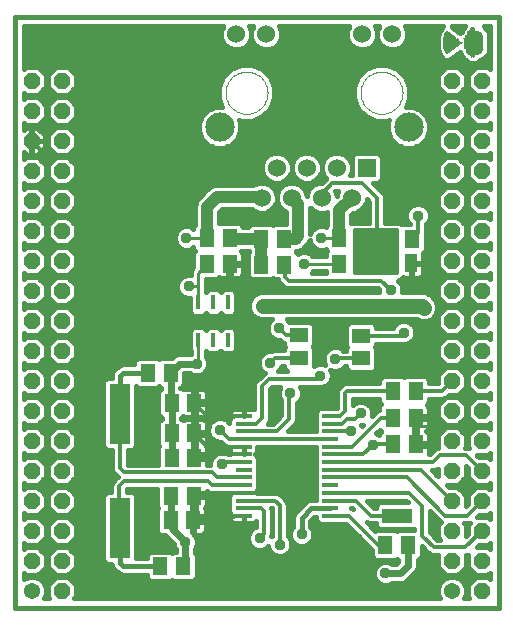
<source format=gtl>
G75*
%MOIN*%
%OFA0B0*%
%FSLAX24Y24*%
%IPPOS*%
%LPD*%
%AMOC8*
5,1,8,0,0,1.08239X$1,22.5*
%
%ADD10C,0.0160*%
%ADD11C,0.0540*%
%ADD12OC8,0.0540*%
%ADD13R,0.0004X0.0421*%
%ADD14R,0.0004X0.0465*%
%ADD15R,0.0004X0.0492*%
%ADD16R,0.0004X0.0516*%
%ADD17R,0.0004X0.0531*%
%ADD18R,0.0004X0.0547*%
%ADD19R,0.0004X0.0563*%
%ADD20R,0.0004X0.0575*%
%ADD21R,0.0004X0.0587*%
%ADD22R,0.0004X0.0598*%
%ADD23R,0.0004X0.0610*%
%ADD24R,0.0004X0.0618*%
%ADD25R,0.0004X0.0626*%
%ADD26R,0.0004X0.0638*%
%ADD27R,0.0004X0.0646*%
%ADD28R,0.0004X0.0650*%
%ADD29R,0.0004X0.0657*%
%ADD30R,0.0004X0.0665*%
%ADD31R,0.0004X0.0673*%
%ADD32R,0.0004X0.0677*%
%ADD33R,0.0004X0.0685*%
%ADD34R,0.0004X0.0689*%
%ADD35R,0.0004X0.0693*%
%ADD36R,0.0004X0.0701*%
%ADD37R,0.0004X0.0705*%
%ADD38R,0.0004X0.0709*%
%ADD39R,0.0004X0.0717*%
%ADD40R,0.0004X0.0720*%
%ADD41R,0.0004X0.0724*%
%ADD42R,0.0004X0.0728*%
%ADD43R,0.0004X0.0732*%
%ADD44R,0.0004X0.0736*%
%ADD45R,0.0004X0.0740*%
%ADD46R,0.0004X0.0744*%
%ADD47R,0.0004X0.0748*%
%ADD48R,0.0004X0.0752*%
%ADD49R,0.0004X0.0756*%
%ADD50R,0.0004X0.0760*%
%ADD51R,0.0004X0.0764*%
%ADD52R,0.0004X0.0768*%
%ADD53R,0.0004X0.0772*%
%ADD54R,0.0004X0.0776*%
%ADD55R,0.0004X0.0780*%
%ADD56R,0.0004X0.0783*%
%ADD57R,0.0004X0.0787*%
%ADD58R,0.0004X0.0791*%
%ADD59R,0.0004X0.0795*%
%ADD60R,0.0004X0.0799*%
%ADD61R,0.0004X0.0803*%
%ADD62R,0.0004X0.0807*%
%ADD63R,0.0004X0.0811*%
%ADD64R,0.0004X0.0815*%
%ADD65R,0.0004X0.0819*%
%ADD66R,0.0004X0.0823*%
%ADD67R,0.0004X0.0827*%
%ADD68R,0.0004X0.0831*%
%ADD69R,0.0004X0.0835*%
%ADD70R,0.0004X0.0839*%
%ADD71R,0.0004X0.0909*%
%ADD72R,0.0004X0.0937*%
%ADD73R,0.0004X0.0953*%
%ADD74R,0.0004X0.0961*%
%ADD75R,0.0004X0.0969*%
%ADD76R,0.0004X0.0976*%
%ADD77R,0.0004X0.0980*%
%ADD78R,0.0004X0.0984*%
%ADD79R,0.0004X0.0965*%
%ADD80R,0.0004X0.0957*%
%ADD81R,0.0004X0.0945*%
%ADD82R,0.0004X0.0921*%
%ADD83R,0.0004X0.0232*%
%ADD84R,0.0004X0.0555*%
%ADD85R,0.0004X0.0224*%
%ADD86R,0.0004X0.0543*%
%ADD87R,0.0004X0.0539*%
%ADD88R,0.0004X0.0220*%
%ADD89R,0.0004X0.0535*%
%ADD90R,0.0004X0.0528*%
%ADD91R,0.0004X0.0520*%
%ADD92R,0.0004X0.0512*%
%ADD93R,0.0004X0.0500*%
%ADD94R,0.0004X0.0488*%
%ADD95R,0.0004X0.0484*%
%ADD96R,0.0004X0.0476*%
%ADD97R,0.0004X0.0449*%
%ADD98R,0.0004X0.0370*%
%ADD99R,0.0004X0.0043*%
%ADD100R,0.0004X0.0228*%
%ADD101R,0.0004X0.0358*%
%ADD102R,0.0004X0.0350*%
%ADD103R,0.0004X0.0343*%
%ADD104R,0.0004X0.0331*%
%ADD105R,0.0004X0.0319*%
%ADD106R,0.0004X0.0311*%
%ADD107R,0.0004X0.0307*%
%ADD108R,0.0004X0.0303*%
%ADD109R,0.0004X0.0063*%
%ADD110R,0.0004X0.0130*%
%ADD111R,0.0004X0.0445*%
%ADD112R,0.0004X0.0437*%
%ADD113R,0.0004X0.0433*%
%ADD114R,0.0004X0.0362*%
%ADD115R,0.0004X0.0047*%
%ADD116R,0.0004X0.0354*%
%ADD117R,0.0004X0.0031*%
%ADD118R,0.0004X0.0346*%
%ADD119R,0.0004X0.0339*%
%ADD120R,0.0004X0.0055*%
%ADD121R,0.0004X0.0177*%
%ADD122R,0.0004X0.0035*%
%ADD123R,0.0004X0.0161*%
%ADD124R,0.0004X0.0051*%
%ADD125R,0.0004X0.0142*%
%ADD126R,0.0004X0.0118*%
%ADD127R,0.0004X0.0091*%
%ADD128R,0.0004X0.0024*%
%ADD129R,0.0004X0.0020*%
%ADD130R,0.0004X0.0008*%
%ADD131R,0.0004X0.0004*%
%ADD132R,0.0004X0.0012*%
%ADD133R,0.0004X0.0028*%
%ADD134R,0.0004X0.0059*%
%ADD135R,0.0004X0.0067*%
%ADD136R,0.0004X0.0075*%
%ADD137R,0.0004X0.0083*%
%ADD138R,0.0004X0.0098*%
%ADD139R,0.0004X0.0106*%
%ADD140R,0.0004X0.0114*%
%ADD141R,0.0004X0.0122*%
%ADD142R,0.0004X0.0138*%
%ADD143R,0.0004X0.0146*%
%ADD144R,0.0004X0.0154*%
%ADD145R,0.0004X0.0165*%
%ADD146R,0.0004X0.0169*%
%ADD147R,0.0004X0.0185*%
%ADD148R,0.0004X0.0189*%
%ADD149R,0.0004X0.0193*%
%ADD150R,0.0004X0.0201*%
%ADD151R,0.0004X0.0209*%
%ADD152R,0.0004X0.0213*%
%ADD153R,0.0004X0.0217*%
%ADD154R,0.0004X0.0236*%
%ADD155R,0.0004X0.0240*%
%ADD156R,0.0004X0.0248*%
%ADD157R,0.0004X0.0256*%
%ADD158R,0.0004X0.0264*%
%ADD159R,0.0004X0.0272*%
%ADD160R,0.0004X0.0280*%
%ADD161R,0.0004X0.0287*%
%ADD162R,0.0004X0.0295*%
%ADD163R,0.0004X0.0299*%
%ADD164R,0.0004X0.0126*%
%ADD165R,0.0004X0.0157*%
%ADD166R,0.0004X0.0134*%
%ADD167R,0.0004X0.0173*%
%ADD168R,0.0004X0.0366*%
%ADD169R,0.0004X0.0374*%
%ADD170R,0.0004X0.0382*%
%ADD171R,0.0004X0.0390*%
%ADD172R,0.0004X0.0394*%
%ADD173R,0.0004X0.0398*%
%ADD174R,0.0004X0.0406*%
%ADD175R,0.0004X0.0409*%
%ADD176R,0.0004X0.0417*%
%ADD177R,0.0004X0.0429*%
%ADD178R,0.0004X0.0441*%
%ADD179R,0.0004X0.0453*%
%ADD180R,0.0004X0.0457*%
%ADD181R,0.0004X0.0469*%
%ADD182R,0.0004X0.0480*%
%ADD183R,0.0004X0.0504*%
%ADD184R,0.0004X0.0508*%
%ADD185R,0.0004X0.0551*%
%ADD186R,0.0004X0.0567*%
%ADD187R,0.0004X0.0579*%
%ADD188R,0.0004X0.0413*%
%ADD189R,0.0004X0.0425*%
%ADD190R,0.0004X0.0181*%
%ADD191R,0.0004X0.0634*%
%ADD192R,0.0004X0.0654*%
%ADD193R,0.0004X0.0661*%
%ADD194R,0.0004X0.0669*%
%ADD195R,0.0004X0.0697*%
%ADD196R,0.0004X0.0244*%
%ADD197R,0.0004X0.0252*%
%ADD198R,0.0004X0.0461*%
%ADD199R,0.0004X0.0094*%
%ADD200R,0.0004X0.0622*%
%ADD201R,0.0004X0.0102*%
%ADD202R,0.0004X0.0630*%
%ADD203R,0.0004X0.0614*%
%ADD204R,0.0004X0.0583*%
%ADD205R,0.0004X0.0327*%
%ADD206R,0.0550X0.0137*%
%ADD207C,0.0600*%
%ADD208C,0.0975*%
%ADD209R,0.0600X0.0600*%
%ADD210C,0.0000*%
%ADD211R,0.0512X0.0591*%
%ADD212R,0.0700X0.2000*%
%ADD213R,0.1000X0.0500*%
%ADD214R,0.0433X0.0591*%
%ADD215R,0.0591X0.0512*%
%ADD216R,0.0160X0.0480*%
%ADD217C,0.0376*%
%ADD218C,0.0100*%
%ADD219C,0.0240*%
%ADD220C,0.0120*%
%ADD221C,0.0400*%
%ADD222C,0.0500*%
D10*
X000259Y000180D02*
X016401Y000180D01*
X016401Y019865D01*
X000259Y019865D01*
X000259Y000180D01*
X000569Y001136D02*
X000569Y001331D01*
X000635Y001265D01*
X001025Y001265D01*
X001300Y001540D01*
X001300Y001930D01*
X001025Y002205D01*
X000635Y002205D01*
X000569Y002139D01*
X000569Y002331D01*
X000635Y002265D01*
X001025Y002265D01*
X001300Y002540D01*
X001300Y002930D01*
X001025Y003205D01*
X000635Y003205D01*
X000569Y003139D01*
X000569Y003331D01*
X000635Y003265D01*
X001025Y003265D01*
X001300Y003540D01*
X001300Y003930D01*
X001025Y004205D01*
X000635Y004205D01*
X000569Y004139D01*
X000569Y004331D01*
X000635Y004265D01*
X001025Y004265D01*
X001300Y004540D01*
X001300Y004930D01*
X001025Y005205D01*
X000635Y005205D01*
X000569Y005139D01*
X000569Y005331D01*
X000635Y005265D01*
X001025Y005265D01*
X001300Y005540D01*
X001300Y005930D01*
X001025Y006205D01*
X000635Y006205D01*
X000569Y006139D01*
X000569Y006331D01*
X000635Y006265D01*
X001025Y006265D01*
X001300Y006540D01*
X001300Y006930D01*
X001025Y007205D01*
X000635Y007205D01*
X000569Y007139D01*
X000569Y007331D01*
X000635Y007265D01*
X001025Y007265D01*
X001300Y007540D01*
X001300Y007930D01*
X001025Y008205D01*
X000635Y008205D01*
X000569Y008139D01*
X000569Y008331D01*
X000635Y008265D01*
X001025Y008265D01*
X001300Y008540D01*
X001300Y008930D01*
X001025Y009205D01*
X000635Y009205D01*
X000569Y009139D01*
X000569Y009331D01*
X000635Y009265D01*
X001025Y009265D01*
X001300Y009540D01*
X001300Y009930D01*
X001025Y010205D01*
X000635Y010205D01*
X000569Y010139D01*
X000569Y010331D01*
X000635Y010265D01*
X001025Y010265D01*
X001300Y010540D01*
X001300Y010930D01*
X001025Y011205D01*
X000635Y011205D01*
X000569Y011139D01*
X000569Y011331D01*
X000635Y011265D01*
X001025Y011265D01*
X001300Y011540D01*
X001300Y011930D01*
X001025Y012205D01*
X000635Y012205D01*
X000569Y012139D01*
X000569Y012331D01*
X000635Y012265D01*
X001025Y012265D01*
X001300Y012540D01*
X001300Y012930D01*
X001025Y013205D01*
X000635Y013205D01*
X000569Y013139D01*
X000569Y013331D01*
X000635Y013265D01*
X001025Y013265D01*
X001300Y013540D01*
X001300Y013930D01*
X001025Y014205D01*
X000635Y014205D01*
X000569Y014139D01*
X000569Y014331D01*
X000635Y014265D01*
X001025Y014265D01*
X001300Y014540D01*
X001300Y014930D01*
X001025Y015205D01*
X000635Y015205D01*
X000569Y015139D01*
X000569Y015360D01*
X000644Y015285D01*
X000820Y015285D01*
X000820Y015725D01*
X000840Y015725D01*
X000840Y015285D01*
X001016Y015285D01*
X001280Y015549D01*
X001280Y015725D01*
X000840Y015725D01*
X000840Y015745D01*
X001280Y015745D01*
X001280Y015922D01*
X001016Y016185D01*
X000840Y016185D01*
X000840Y015745D01*
X000820Y015745D01*
X000820Y016185D01*
X000644Y016185D01*
X000569Y016111D01*
X000569Y016331D01*
X000635Y016265D01*
X001025Y016265D01*
X001300Y016540D01*
X001300Y016930D01*
X001025Y017205D01*
X000635Y017205D01*
X000569Y017139D01*
X000569Y017331D01*
X000635Y017265D01*
X001025Y017265D01*
X001300Y017540D01*
X001300Y017930D01*
X001025Y018205D01*
X000635Y018205D01*
X000569Y018139D01*
X000569Y019555D01*
X007206Y019555D01*
X007139Y019395D01*
X007139Y019196D01*
X007216Y019012D01*
X007356Y018871D01*
X007540Y018795D01*
X007739Y018795D01*
X007923Y018871D01*
X008063Y019012D01*
X008139Y019196D01*
X008139Y019395D01*
X008073Y019555D01*
X008206Y019555D01*
X008139Y019395D01*
X008139Y019196D01*
X008216Y019012D01*
X008356Y018871D01*
X008540Y018795D01*
X008739Y018795D01*
X008923Y018871D01*
X009063Y019012D01*
X009139Y019196D01*
X009139Y019395D01*
X009073Y019555D01*
X011406Y019555D01*
X011339Y019395D01*
X011339Y019196D01*
X011416Y019012D01*
X011556Y018871D01*
X011740Y018795D01*
X011939Y018795D01*
X012123Y018871D01*
X012263Y019012D01*
X012339Y019196D01*
X012339Y019395D01*
X012273Y019555D01*
X012406Y019555D01*
X012339Y019395D01*
X012339Y019196D01*
X012416Y019012D01*
X012556Y018871D01*
X012740Y018795D01*
X012939Y018795D01*
X013123Y018871D01*
X013263Y019012D01*
X013339Y019196D01*
X013339Y019395D01*
X013273Y019555D01*
X014544Y019555D01*
X014471Y019481D01*
X014471Y019477D01*
X014467Y019473D01*
X014463Y019470D01*
X014463Y019466D01*
X014459Y019462D01*
X014459Y019458D01*
X014455Y019454D01*
X014455Y019450D01*
X014451Y019446D01*
X014451Y019442D01*
X014443Y019434D01*
X014443Y019430D01*
X014439Y019426D01*
X014439Y019422D01*
X014435Y019418D01*
X014435Y019414D01*
X014431Y019410D01*
X014431Y019407D01*
X014427Y019403D01*
X014427Y019399D01*
X014423Y019395D01*
X014423Y019391D01*
X014419Y019387D01*
X014419Y019379D01*
X014415Y019375D01*
X014415Y019371D01*
X014411Y019367D01*
X014411Y019363D01*
X014408Y019359D01*
X014408Y019351D01*
X014404Y019347D01*
X014404Y019344D01*
X014400Y019340D01*
X014400Y019332D01*
X014396Y019328D01*
X014396Y019320D01*
X014392Y019316D01*
X014392Y019308D01*
X014388Y019304D01*
X014388Y019296D01*
X014384Y019292D01*
X014384Y019284D01*
X014380Y019281D01*
X014380Y019269D01*
X014376Y019265D01*
X014376Y019253D01*
X014372Y019249D01*
X014372Y019237D01*
X014368Y019233D01*
X014368Y019218D01*
X014364Y019214D01*
X014364Y019194D01*
X014360Y019190D01*
X014360Y019159D01*
X014356Y019155D01*
X014356Y018883D01*
X013134Y018883D01*
X013276Y019042D02*
X014356Y019042D01*
X014364Y019200D02*
X013339Y019200D01*
X013339Y019359D02*
X014408Y019359D01*
X014467Y019473D02*
X014467Y019473D01*
X014506Y019517D02*
X013289Y019517D01*
X012545Y018883D02*
X012134Y018883D01*
X012276Y019042D02*
X012403Y019042D01*
X012339Y019200D02*
X012339Y019200D01*
X012339Y019359D02*
X012339Y019359D01*
X012289Y019517D02*
X012390Y019517D01*
X011545Y018883D02*
X008934Y018883D01*
X009076Y019042D02*
X011403Y019042D01*
X011339Y019200D02*
X009139Y019200D01*
X009139Y019359D02*
X011339Y019359D01*
X011390Y019517D02*
X009089Y019517D01*
X008345Y018883D02*
X007934Y018883D01*
X008076Y019042D02*
X008203Y019042D01*
X008139Y019200D02*
X008139Y019200D01*
X008139Y019359D02*
X008139Y019359D01*
X008089Y019517D02*
X008190Y019517D01*
X007345Y018883D02*
X000569Y018883D01*
X000569Y018725D02*
X014392Y018725D01*
X014392Y018721D02*
X014396Y018717D01*
X014396Y018709D01*
X014400Y018705D01*
X014400Y018698D01*
X014404Y018694D01*
X014404Y018690D01*
X014408Y018686D01*
X014408Y018678D01*
X014411Y018674D01*
X014411Y018670D01*
X014415Y018666D01*
X014415Y018662D01*
X014419Y018658D01*
X014419Y018654D01*
X014423Y018650D01*
X014423Y018646D01*
X014427Y018642D01*
X014427Y018638D01*
X014431Y018635D01*
X014431Y018631D01*
X014435Y018627D01*
X014435Y018623D01*
X014439Y018619D01*
X014439Y018615D01*
X014443Y018611D01*
X014443Y018607D01*
X014447Y018603D01*
X014447Y018599D01*
X014451Y018595D01*
X014451Y018591D01*
X014459Y018583D01*
X014459Y018579D01*
X014463Y018576D01*
X014463Y018572D01*
X014467Y018568D01*
X014467Y018564D01*
X014584Y018447D01*
X014588Y018443D01*
X014592Y018439D01*
X014761Y018439D01*
X014769Y018447D01*
X014773Y018447D01*
X014785Y018458D01*
X014789Y018458D01*
X014801Y018470D01*
X014805Y018470D01*
X014816Y018482D01*
X014820Y018482D01*
X014832Y018494D01*
X014836Y018494D01*
X014844Y018502D01*
X014848Y018502D01*
X014860Y018513D01*
X014864Y018513D01*
X014875Y018525D01*
X014879Y018525D01*
X014891Y018537D01*
X014895Y018537D01*
X014907Y018549D01*
X014911Y018549D01*
X014923Y018561D01*
X014927Y018561D01*
X014934Y018569D01*
X014938Y018569D01*
X014950Y018580D01*
X014954Y018580D01*
X014962Y018588D01*
X014966Y018592D01*
X014970Y018592D01*
X014982Y018604D01*
X014986Y018604D01*
X014997Y018616D01*
X015001Y018616D01*
X015009Y018624D01*
X015013Y018624D01*
X015025Y018636D01*
X015029Y018636D01*
X015041Y018647D01*
X015045Y018647D01*
X015057Y018659D01*
X015060Y018659D01*
X015068Y018667D01*
X015068Y018667D01*
X015072Y018671D01*
X015076Y018671D01*
X015084Y018679D01*
X015088Y018679D01*
X015100Y018691D01*
X015104Y018691D01*
X015116Y018702D01*
X015120Y018702D01*
X015120Y018703D01*
X015120Y018642D01*
X015124Y018638D01*
X015124Y018627D01*
X015128Y018623D01*
X015128Y018615D01*
X015132Y018611D01*
X015132Y018607D01*
X015136Y018603D01*
X015136Y018599D01*
X015144Y018591D01*
X015144Y018587D01*
X015167Y018564D01*
X015285Y018447D01*
X015288Y018447D01*
X015292Y018443D01*
X015296Y018439D01*
X015300Y018439D01*
X015304Y018435D01*
X015308Y018435D01*
X015312Y018431D01*
X015316Y018431D01*
X015407Y018340D01*
X015411Y018336D01*
X015414Y018336D01*
X015418Y018332D01*
X015422Y018332D01*
X015426Y018328D01*
X015651Y018328D01*
X015655Y018332D01*
X015659Y018332D01*
X015738Y018411D01*
X015742Y018411D01*
X015746Y018415D01*
X015757Y018415D01*
X015761Y018419D01*
X015769Y018419D01*
X015773Y018423D01*
X015781Y018423D01*
X015785Y018427D01*
X015793Y018427D01*
X015797Y018431D01*
X015805Y018431D01*
X015809Y018435D01*
X015812Y018435D01*
X015816Y018439D01*
X015824Y018439D01*
X015828Y018443D01*
X015832Y018443D01*
X015836Y018447D01*
X015840Y018447D01*
X015844Y018450D01*
X015848Y018450D01*
X015852Y018454D01*
X015856Y018454D01*
X015860Y018458D01*
X015864Y018458D01*
X015872Y018466D01*
X015875Y018466D01*
X015883Y018474D01*
X015887Y018474D01*
X015907Y018494D01*
X015911Y018494D01*
X016028Y018611D01*
X016032Y018615D01*
X016032Y018619D01*
X016036Y018623D01*
X016040Y018627D01*
X016044Y018631D01*
X016048Y018635D01*
X016048Y018638D01*
X016052Y018642D01*
X016056Y018646D01*
X016056Y018650D01*
X016060Y018654D01*
X016060Y018658D01*
X016063Y018662D01*
X016063Y018666D01*
X016067Y018670D01*
X016067Y018674D01*
X016071Y018678D01*
X016071Y018686D01*
X016075Y018690D01*
X016075Y018698D01*
X016079Y018701D01*
X016079Y018721D01*
X016083Y018725D01*
X016083Y019312D01*
X016079Y019316D01*
X016079Y019332D01*
X016075Y019336D01*
X016075Y019347D01*
X016071Y019351D01*
X016071Y019359D01*
X016067Y019363D01*
X016067Y019367D01*
X016063Y019371D01*
X016063Y019375D01*
X016060Y019379D01*
X016060Y019383D01*
X016056Y019387D01*
X016052Y019391D01*
X016052Y019395D01*
X016048Y019399D01*
X016044Y019403D01*
X016044Y019407D01*
X016040Y019410D01*
X016036Y019414D01*
X016032Y019418D01*
X016028Y019422D01*
X016024Y019426D01*
X016020Y019430D01*
X016016Y019434D01*
X016012Y019438D01*
X015895Y019555D01*
X016091Y019555D01*
X016091Y018139D01*
X016025Y018205D01*
X015635Y018205D01*
X015360Y017930D01*
X015360Y017540D01*
X015635Y017265D01*
X016025Y017265D01*
X016091Y017331D01*
X016091Y017139D01*
X016025Y017205D01*
X015635Y017205D01*
X015360Y016930D01*
X015360Y016540D01*
X015635Y016265D01*
X016025Y016265D01*
X016091Y016331D01*
X016091Y016139D01*
X016025Y016205D01*
X015635Y016205D01*
X015360Y015930D01*
X015360Y015540D01*
X015635Y015265D01*
X016025Y015265D01*
X016091Y015331D01*
X016091Y015139D01*
X016025Y015205D01*
X015635Y015205D01*
X015360Y014930D01*
X015360Y014540D01*
X015635Y014265D01*
X016025Y014265D01*
X016091Y014331D01*
X016091Y014139D01*
X016025Y014205D01*
X015635Y014205D01*
X015360Y013930D01*
X015360Y013540D01*
X015635Y013265D01*
X016025Y013265D01*
X016091Y013331D01*
X016091Y013139D01*
X016025Y013205D01*
X015635Y013205D01*
X015360Y012930D01*
X015360Y012540D01*
X015635Y012265D01*
X016025Y012265D01*
X016091Y012331D01*
X016091Y012139D01*
X016025Y012205D01*
X015635Y012205D01*
X015360Y011930D01*
X015360Y011540D01*
X015635Y011265D01*
X016025Y011265D01*
X016091Y011331D01*
X016091Y011139D01*
X016025Y011205D01*
X015635Y011205D01*
X015360Y010930D01*
X015360Y010540D01*
X015635Y010265D01*
X016025Y010265D01*
X016091Y010331D01*
X016091Y010139D01*
X016025Y010205D01*
X015635Y010205D01*
X015360Y009930D01*
X015360Y009540D01*
X015635Y009265D01*
X016025Y009265D01*
X016091Y009331D01*
X016091Y009139D01*
X016025Y009205D01*
X015635Y009205D01*
X015360Y008930D01*
X015360Y008540D01*
X015635Y008265D01*
X016025Y008265D01*
X016091Y008331D01*
X016091Y008139D01*
X016025Y008205D01*
X015635Y008205D01*
X015360Y007930D01*
X015360Y007540D01*
X015635Y007265D01*
X016025Y007265D01*
X016091Y007331D01*
X016091Y007139D01*
X016025Y007205D01*
X015635Y007205D01*
X015360Y006930D01*
X015360Y006540D01*
X015635Y006265D01*
X016025Y006265D01*
X016091Y006331D01*
X016091Y006139D01*
X016025Y006205D01*
X015635Y006205D01*
X015360Y005930D01*
X015360Y005540D01*
X015398Y005502D01*
X015358Y005519D01*
X015278Y005519D01*
X015300Y005540D01*
X015300Y005930D01*
X015025Y006205D01*
X014635Y006205D01*
X014360Y005930D01*
X014360Y005540D01*
X014382Y005519D01*
X014381Y005519D01*
X014285Y005479D01*
X014212Y005406D01*
X014098Y005292D01*
X014055Y005292D01*
X014061Y005314D01*
X014061Y005585D01*
X013673Y005585D01*
X013673Y005681D01*
X013577Y005681D01*
X013577Y006043D01*
X013577Y006471D01*
X013673Y006471D01*
X013673Y006567D01*
X014061Y006567D01*
X014061Y006838D01*
X014049Y006883D01*
X014025Y006924D01*
X014002Y006947D01*
X014081Y007026D01*
X014081Y007144D01*
X014551Y007144D01*
X014591Y007161D01*
X014360Y006930D01*
X014360Y006540D01*
X014635Y006265D01*
X015025Y006265D01*
X015300Y006540D01*
X015300Y006930D01*
X015025Y007205D01*
X014668Y007205D01*
X014728Y007265D01*
X015025Y007265D01*
X015300Y007540D01*
X015300Y007930D01*
X015025Y008205D01*
X014635Y008205D01*
X014360Y007930D01*
X014360Y007664D01*
X014081Y007664D01*
X014081Y007783D01*
X013964Y007900D01*
X013287Y007900D01*
X013251Y007864D01*
X013216Y007900D01*
X012538Y007900D01*
X012421Y007783D01*
X012421Y007664D01*
X011290Y007664D01*
X011195Y007625D01*
X011043Y007473D01*
X011003Y007377D01*
X011003Y006843D01*
X010997Y006836D01*
X010415Y006836D01*
X010298Y006719D01*
X010298Y006060D01*
X009361Y006060D01*
X009560Y006259D01*
X009633Y006332D01*
X009673Y006427D01*
X009673Y006997D01*
X009781Y007106D01*
X009840Y007248D01*
X009840Y007403D01*
X009784Y007538D01*
X010335Y007538D01*
X010359Y007528D01*
X010513Y007528D01*
X010656Y007587D01*
X010765Y007696D01*
X010824Y007839D01*
X010824Y007993D01*
X010772Y008120D01*
X010871Y008079D01*
X011025Y008079D01*
X011168Y008138D01*
X011257Y008227D01*
X011319Y008227D01*
X011319Y008148D01*
X011436Y008031D01*
X012192Y008031D01*
X012310Y008148D01*
X012310Y008826D01*
X012274Y008861D01*
X012310Y008896D01*
X012310Y008975D01*
X013130Y008975D01*
X013154Y008965D01*
X013309Y008965D01*
X013451Y009024D01*
X013561Y009133D01*
X013620Y009276D01*
X013620Y009430D01*
X013561Y009573D01*
X013451Y009682D01*
X013309Y009741D01*
X013154Y009741D01*
X013012Y009682D01*
X012903Y009573D01*
X012870Y009495D01*
X012310Y009495D01*
X012310Y009574D01*
X012192Y009691D01*
X011436Y009691D01*
X011319Y009574D01*
X011319Y008896D01*
X011354Y008861D01*
X011319Y008826D01*
X011319Y008747D01*
X011217Y008747D01*
X011168Y008796D01*
X011025Y008856D01*
X010871Y008856D01*
X010728Y008796D01*
X010619Y008687D01*
X010560Y008545D01*
X010560Y008390D01*
X010613Y008263D01*
X010513Y008304D01*
X010359Y008304D01*
X010223Y008248D01*
X010223Y008846D01*
X010188Y008881D01*
X010223Y008916D01*
X010223Y009594D01*
X010106Y009711D01*
X009407Y009711D01*
X009329Y009789D01*
X013669Y009789D01*
X013811Y009730D01*
X013990Y009730D01*
X014156Y009799D01*
X014282Y009925D01*
X014351Y010090D01*
X014351Y010270D01*
X014282Y010435D01*
X014097Y010621D01*
X013931Y010689D01*
X013185Y010689D01*
X013187Y010693D01*
X013187Y010848D01*
X013128Y010990D01*
X013037Y011081D01*
X013047Y011081D01*
X013143Y011121D01*
X013212Y011191D01*
X013247Y011181D01*
X013459Y011181D01*
X013459Y011628D01*
X013516Y011628D01*
X013516Y011685D01*
X013884Y011685D01*
X013884Y011975D01*
X013873Y012015D01*
X013963Y012105D01*
X013963Y012626D01*
X013964Y012628D01*
X013964Y012962D01*
X014033Y013031D01*
X014092Y013174D01*
X014092Y013328D01*
X014033Y013471D01*
X013924Y013580D01*
X013781Y013639D01*
X013627Y013639D01*
X013484Y013580D01*
X013375Y013471D01*
X013316Y013328D01*
X013316Y013174D01*
X013375Y013031D01*
X013428Y012978D01*
X013168Y012978D01*
X013156Y012966D01*
X013143Y012979D01*
X013047Y013019D01*
X012606Y013019D01*
X012606Y013873D01*
X012566Y013969D01*
X012493Y014042D01*
X012190Y014345D01*
X012372Y014345D01*
X012489Y014463D01*
X012489Y015228D01*
X012372Y015345D01*
X011607Y015345D01*
X011489Y015228D01*
X011489Y014594D01*
X011426Y014594D01*
X011489Y014746D01*
X011489Y014945D01*
X011413Y015129D01*
X011273Y015269D01*
X011089Y015345D01*
X010890Y015345D01*
X010706Y015269D01*
X010566Y015129D01*
X010489Y014945D01*
X010413Y015129D01*
X010273Y015269D01*
X010089Y015345D01*
X009890Y015345D01*
X009706Y015269D01*
X009566Y015129D01*
X009489Y014945D01*
X009413Y015129D01*
X009273Y015269D01*
X009089Y015345D01*
X008890Y015345D01*
X008706Y015269D01*
X008566Y015129D01*
X008489Y014945D01*
X008489Y014746D01*
X008566Y014562D01*
X008706Y014421D01*
X008890Y014345D01*
X009089Y014345D01*
X009273Y014421D01*
X009413Y014562D01*
X009489Y014746D01*
X009489Y014945D01*
X009489Y014746D01*
X009566Y014562D01*
X009706Y014421D01*
X009890Y014345D01*
X010089Y014345D01*
X010273Y014421D01*
X010413Y014562D01*
X010489Y014746D01*
X010489Y014945D01*
X010489Y014746D01*
X010566Y014562D01*
X010638Y014490D01*
X010629Y014481D01*
X010494Y014345D01*
X010390Y014345D01*
X010206Y014269D01*
X010066Y014129D01*
X009989Y013945D01*
X009913Y014129D01*
X009773Y014269D01*
X009589Y014345D01*
X009390Y014345D01*
X009206Y014269D01*
X009066Y014129D01*
X008989Y013945D01*
X008913Y014129D01*
X008773Y014269D01*
X008589Y014345D01*
X008390Y014345D01*
X008206Y014269D01*
X008198Y014261D01*
X006912Y014261D01*
X006765Y014200D01*
X006652Y014088D01*
X006652Y014088D01*
X006450Y013885D01*
X006337Y013773D01*
X006276Y013626D01*
X006276Y012937D01*
X006221Y012881D01*
X006221Y012819D01*
X006207Y012832D01*
X006065Y012891D01*
X005910Y012891D01*
X005768Y012832D01*
X005658Y012723D01*
X005599Y012580D01*
X005599Y012426D01*
X005658Y012283D01*
X005768Y012174D01*
X005910Y012115D01*
X006065Y012115D01*
X006207Y012174D01*
X006221Y012187D01*
X006221Y012125D01*
X006276Y012070D01*
X006221Y012015D01*
X006221Y011534D01*
X006161Y011475D01*
X006123Y011383D01*
X006123Y011277D01*
X005989Y011277D01*
X005846Y011218D01*
X005737Y011109D01*
X005678Y010966D01*
X005678Y010811D01*
X005737Y010669D01*
X005846Y010560D01*
X005989Y010501D01*
X006093Y010501D01*
X006093Y010034D01*
X006210Y009917D01*
X006536Y009917D01*
X006623Y010004D01*
X006710Y009917D01*
X007036Y009917D01*
X007123Y010004D01*
X007210Y009917D01*
X007536Y009917D01*
X007653Y010034D01*
X007653Y010680D01*
X007536Y010797D01*
X007210Y010797D01*
X007123Y010710D01*
X007036Y010797D01*
X006710Y010797D01*
X006623Y010710D01*
X006623Y011141D01*
X007015Y011141D01*
X007066Y011193D01*
X007099Y011174D01*
X007145Y011161D01*
X007377Y011161D01*
X007377Y011589D01*
X007472Y011589D01*
X007472Y011161D01*
X007704Y011161D01*
X007750Y011174D01*
X007791Y011197D01*
X007824Y011231D01*
X007848Y011272D01*
X007860Y011318D01*
X007860Y011589D01*
X007472Y011589D01*
X007472Y011685D01*
X007860Y011685D01*
X007860Y011956D01*
X007848Y012001D01*
X007824Y012042D01*
X007811Y012056D01*
X007839Y012083D01*
X008053Y012083D01*
X008087Y012050D01*
X008032Y011995D01*
X008032Y011239D01*
X008149Y011122D01*
X008826Y011122D01*
X008861Y011157D01*
X008897Y011122D01*
X009027Y011122D01*
X009054Y011056D01*
X009128Y010983D01*
X009246Y010865D01*
X009341Y010826D01*
X012376Y010826D01*
X012410Y010791D01*
X012410Y010693D01*
X012412Y010689D01*
X008437Y010689D01*
X008272Y010621D01*
X008145Y010494D01*
X008077Y010329D01*
X008077Y010150D01*
X008145Y009984D01*
X008272Y009858D01*
X008437Y009789D01*
X008827Y009789D01*
X008749Y009711D01*
X008690Y009568D01*
X008690Y009414D01*
X008749Y009271D01*
X008858Y009162D01*
X009001Y009103D01*
X009098Y009103D01*
X009167Y009034D01*
X009232Y009007D01*
X009232Y008916D01*
X009268Y008881D01*
X009232Y008846D01*
X009232Y008767D01*
X008889Y008767D01*
X008818Y008737D01*
X008706Y008737D01*
X008563Y008678D01*
X008454Y008569D01*
X008395Y008426D01*
X008395Y008272D01*
X008454Y008129D01*
X008563Y008020D01*
X008588Y008010D01*
X008523Y007945D01*
X008287Y007709D01*
X008247Y007614D01*
X008247Y006799D01*
X008239Y006804D01*
X008193Y006816D01*
X007895Y006816D01*
X007895Y006580D01*
X007895Y006580D01*
X007895Y006816D01*
X007596Y006816D01*
X007550Y006804D01*
X007509Y006780D01*
X007476Y006747D01*
X007452Y006706D01*
X007440Y006660D01*
X007440Y006568D01*
X007524Y006568D01*
X007524Y006568D01*
X007440Y006568D01*
X007440Y006483D01*
X007420Y006463D01*
X007420Y006344D01*
X007329Y006434D01*
X007187Y006493D01*
X007032Y006493D01*
X006890Y006434D01*
X006781Y006325D01*
X006721Y006182D01*
X006721Y006028D01*
X006781Y005885D01*
X006890Y005776D01*
X007032Y005717D01*
X007130Y005717D01*
X007267Y005580D01*
X007363Y005540D01*
X007440Y005540D01*
X007440Y005452D01*
X007449Y005416D01*
X007440Y005380D01*
X007440Y005292D01*
X007389Y005292D01*
X007388Y005292D01*
X007246Y005352D01*
X007091Y005352D01*
X006949Y005292D01*
X006840Y005183D01*
X006780Y005041D01*
X006780Y004948D01*
X006679Y004948D01*
X006679Y005132D01*
X006291Y005132D01*
X006291Y005228D01*
X006195Y005228D01*
X006195Y005939D01*
X006291Y005939D01*
X006291Y005512D01*
X006291Y005228D01*
X006679Y005228D01*
X006679Y005499D01*
X006667Y005545D01*
X006645Y005584D01*
X006667Y005622D01*
X006679Y005668D01*
X006679Y005939D01*
X006291Y005939D01*
X006291Y006035D01*
X006195Y006035D01*
X006195Y006462D01*
X005964Y006462D01*
X005918Y006450D01*
X005885Y006431D01*
X005834Y006482D01*
X005815Y006482D01*
X005815Y006515D01*
X005834Y006515D01*
X005885Y006567D01*
X005918Y006548D01*
X005964Y006535D01*
X006195Y006535D01*
X006195Y006963D01*
X006291Y006963D01*
X006291Y006535D01*
X006523Y006535D01*
X006569Y006548D01*
X006610Y006571D01*
X006643Y006605D01*
X006667Y006646D01*
X006679Y006692D01*
X006679Y006963D01*
X006291Y006963D01*
X006291Y007059D01*
X006195Y007059D01*
X006195Y007486D01*
X005964Y007486D01*
X005918Y007474D01*
X005885Y007455D01*
X005834Y007506D01*
X005776Y007506D01*
X005776Y007519D01*
X005795Y007519D01*
X005912Y007637D01*
X005912Y007990D01*
X006093Y007990D01*
X006102Y007981D01*
X006245Y007922D01*
X006399Y007922D01*
X006542Y007981D01*
X006651Y008090D01*
X006710Y008233D01*
X006710Y008387D01*
X006651Y008530D01*
X006623Y008558D01*
X006623Y008744D01*
X006710Y008657D01*
X007036Y008657D01*
X007123Y008744D01*
X007210Y008657D01*
X007536Y008657D01*
X007653Y008774D01*
X007653Y009420D01*
X007536Y009537D01*
X007210Y009537D01*
X007123Y009450D01*
X007036Y009537D01*
X006710Y009537D01*
X006623Y009450D01*
X006536Y009537D01*
X006210Y009537D01*
X006093Y009420D01*
X006093Y008774D01*
X006123Y008744D01*
X006123Y008648D01*
X006102Y008639D01*
X006093Y008630D01*
X005688Y008630D01*
X005570Y008581D01*
X005499Y008510D01*
X005117Y008510D01*
X005082Y008475D01*
X005047Y008510D01*
X004369Y008510D01*
X004252Y008393D01*
X004252Y008295D01*
X003825Y008295D01*
X003723Y008252D01*
X003624Y008154D01*
X003545Y008075D01*
X003503Y007972D01*
X003503Y007847D01*
X003330Y007847D01*
X003213Y007730D01*
X003213Y005564D01*
X003330Y005447D01*
X003503Y005447D01*
X003503Y004794D01*
X003543Y004698D01*
X003616Y004625D01*
X003691Y004550D01*
X003680Y004540D01*
X003596Y004456D01*
X003523Y004382D01*
X003483Y004287D01*
X003483Y004047D01*
X003330Y004047D01*
X003213Y003930D01*
X003213Y001764D01*
X003330Y001647D01*
X003483Y001647D01*
X003483Y001620D01*
X003526Y001517D01*
X003604Y001439D01*
X003723Y001321D01*
X003825Y001278D01*
X004665Y001278D01*
X004665Y001180D01*
X004783Y001063D01*
X005460Y001063D01*
X005495Y001098D01*
X005531Y001063D01*
X006208Y001063D01*
X006325Y001180D01*
X006325Y001936D01*
X006268Y001993D01*
X006268Y002136D01*
X006277Y002145D01*
X006336Y002288D01*
X006336Y002442D01*
X006277Y002585D01*
X006168Y002694D01*
X006156Y002699D01*
X006156Y003045D01*
X006252Y003045D01*
X006252Y002618D01*
X006484Y002618D01*
X006529Y002630D01*
X006570Y002654D01*
X006604Y002688D01*
X006628Y002729D01*
X006640Y002774D01*
X006640Y003045D01*
X006252Y003045D01*
X006252Y003141D01*
X006640Y003141D01*
X006640Y003412D01*
X006628Y003458D01*
X006606Y003496D01*
X006624Y003514D01*
X006647Y003555D01*
X006660Y003601D01*
X006660Y003872D01*
X006272Y003872D01*
X006272Y003968D01*
X006660Y003968D01*
X006660Y004081D01*
X006697Y004044D01*
X006792Y004005D01*
X007440Y004005D01*
X007440Y003924D01*
X007420Y003904D01*
X007420Y003346D01*
X007440Y003326D01*
X007440Y003241D01*
X007440Y003149D01*
X007452Y003103D01*
X007476Y003062D01*
X007509Y003028D01*
X007550Y003005D01*
X007596Y002993D01*
X007895Y002993D01*
X008193Y002993D01*
X008239Y003005D01*
X008280Y003028D01*
X008306Y003055D01*
X008306Y002872D01*
X008209Y002832D01*
X008099Y002723D01*
X008040Y002580D01*
X008040Y002426D01*
X008099Y002283D01*
X008209Y002174D01*
X008351Y002115D01*
X008506Y002115D01*
X008648Y002174D01*
X008710Y002235D01*
X008710Y002209D01*
X008769Y002066D01*
X008878Y001957D01*
X009021Y001898D01*
X009175Y001898D01*
X009318Y001957D01*
X009427Y002066D01*
X009486Y002209D01*
X009486Y002363D01*
X009427Y002506D01*
X009358Y002575D01*
X009358Y003657D01*
X009318Y003752D01*
X009245Y003826D01*
X009170Y003900D01*
X009170Y003900D01*
X009097Y003973D01*
X009002Y004013D01*
X008350Y004013D01*
X008350Y004093D01*
X008370Y004113D01*
X008370Y005184D01*
X008350Y005204D01*
X008350Y005288D01*
X008265Y005288D01*
X008265Y005288D01*
X008350Y005288D01*
X008350Y005380D01*
X008340Y005416D01*
X008350Y005452D01*
X008350Y005540D01*
X010298Y005540D01*
X010298Y003777D01*
X010095Y003777D01*
X009992Y003734D01*
X009667Y003409D01*
X009589Y003331D01*
X009546Y003228D01*
X009546Y002890D01*
X009497Y002841D01*
X009438Y002698D01*
X009438Y002544D01*
X009497Y002401D01*
X009606Y002292D01*
X009749Y002233D01*
X009903Y002233D01*
X010046Y002292D01*
X010155Y002401D01*
X010214Y002544D01*
X010214Y002698D01*
X010155Y002841D01*
X010106Y002890D01*
X010106Y003056D01*
X010267Y003217D01*
X010298Y003217D01*
X010298Y003090D01*
X010415Y002973D01*
X011131Y002973D01*
X011140Y002981D01*
X011303Y002981D01*
X012165Y002119D01*
X012165Y001888D01*
X012283Y001771D01*
X012960Y001771D01*
X012995Y001807D01*
X013031Y001771D01*
X013049Y001771D01*
X013049Y001710D01*
X012981Y001642D01*
X012850Y001642D01*
X012841Y001651D01*
X012699Y001710D01*
X012544Y001710D01*
X012401Y001651D01*
X012292Y001542D01*
X012233Y001399D01*
X012233Y001245D01*
X012292Y001102D01*
X012401Y000993D01*
X012544Y000934D01*
X012699Y000934D01*
X012841Y000993D01*
X012850Y001002D01*
X013177Y001002D01*
X013295Y001050D01*
X013385Y001140D01*
X013641Y001396D01*
X013689Y001514D01*
X013689Y001771D01*
X013708Y001771D01*
X013825Y001888D01*
X013825Y002230D01*
X014015Y002041D01*
X014088Y001967D01*
X014184Y001928D01*
X014360Y001928D01*
X014360Y001540D01*
X014635Y001265D01*
X015025Y001265D01*
X015300Y001540D01*
X015300Y001928D01*
X015334Y001928D01*
X015375Y001945D01*
X015360Y001930D01*
X015360Y001540D01*
X015635Y001265D01*
X016025Y001265D01*
X016091Y001331D01*
X016091Y001139D01*
X016025Y001205D01*
X015635Y001205D01*
X015360Y000930D01*
X015360Y000540D01*
X015410Y000490D01*
X015237Y000490D01*
X015300Y000642D01*
X015300Y000829D01*
X015228Y001001D01*
X015096Y001134D01*
X014923Y001205D01*
X014737Y001205D01*
X014564Y001134D01*
X014432Y001001D01*
X014360Y000829D01*
X014360Y000642D01*
X014423Y000490D01*
X002250Y000490D01*
X002300Y000540D01*
X002300Y000930D01*
X002025Y001205D01*
X001635Y001205D01*
X001360Y000930D01*
X001360Y000540D01*
X001410Y000490D01*
X001237Y000490D01*
X001300Y000642D01*
X001300Y000829D01*
X001228Y001001D01*
X001096Y001134D01*
X000923Y001205D01*
X000737Y001205D01*
X000569Y001136D01*
X000569Y001290D02*
X000611Y001290D01*
X001049Y001290D02*
X001611Y001290D01*
X001635Y001265D02*
X002025Y001265D01*
X002300Y001540D01*
X002300Y001930D01*
X002025Y002205D01*
X001635Y002205D01*
X001360Y001930D01*
X001360Y001540D01*
X001635Y001265D01*
X001561Y001131D02*
X001099Y001131D01*
X001240Y000973D02*
X001403Y000973D01*
X001360Y000814D02*
X001300Y000814D01*
X001300Y000656D02*
X001360Y000656D01*
X001403Y000497D02*
X001240Y000497D01*
X001208Y001448D02*
X001452Y001448D01*
X001360Y001607D02*
X001300Y001607D01*
X001300Y001765D02*
X001360Y001765D01*
X001360Y001924D02*
X001300Y001924D01*
X001148Y002082D02*
X001512Y002082D01*
X001635Y002265D02*
X002025Y002265D01*
X002300Y002540D01*
X002300Y002930D01*
X002025Y003205D01*
X001635Y003205D01*
X001360Y002930D01*
X001360Y002540D01*
X001635Y002265D01*
X001501Y002399D02*
X001159Y002399D01*
X001300Y002558D02*
X001360Y002558D01*
X001360Y002716D02*
X001300Y002716D01*
X001300Y002875D02*
X001360Y002875D01*
X001463Y003033D02*
X001197Y003033D01*
X001038Y003192D02*
X001622Y003192D01*
X001635Y003265D02*
X002025Y003265D01*
X002300Y003540D01*
X002300Y003930D01*
X002025Y004205D01*
X001635Y004205D01*
X001360Y003930D01*
X001360Y003540D01*
X001635Y003265D01*
X001550Y003350D02*
X001110Y003350D01*
X001268Y003509D02*
X001392Y003509D01*
X001360Y003667D02*
X001300Y003667D01*
X001300Y003826D02*
X001360Y003826D01*
X001414Y003984D02*
X001246Y003984D01*
X001087Y004143D02*
X001573Y004143D01*
X001635Y004265D02*
X002025Y004265D01*
X002300Y004540D01*
X002300Y004930D01*
X002025Y005205D01*
X001635Y005205D01*
X001360Y004930D01*
X001360Y004540D01*
X001635Y004265D01*
X001599Y004301D02*
X001061Y004301D01*
X001219Y004460D02*
X001441Y004460D01*
X001360Y004618D02*
X001300Y004618D01*
X001300Y004777D02*
X001360Y004777D01*
X001365Y004935D02*
X001295Y004935D01*
X001136Y005094D02*
X001524Y005094D01*
X001635Y005265D02*
X002025Y005265D01*
X002300Y005540D01*
X002300Y005930D01*
X002025Y006205D01*
X001635Y006205D01*
X001360Y005930D01*
X001360Y005540D01*
X001635Y005265D01*
X001490Y005411D02*
X001170Y005411D01*
X001300Y005569D02*
X001360Y005569D01*
X001360Y005728D02*
X001300Y005728D01*
X001300Y005886D02*
X001360Y005886D01*
X001475Y006045D02*
X001185Y006045D01*
X001027Y006203D02*
X001633Y006203D01*
X001635Y006265D02*
X002025Y006265D01*
X002300Y006540D01*
X002300Y006930D01*
X002025Y007205D01*
X001635Y007205D01*
X001360Y006930D01*
X001360Y006540D01*
X001635Y006265D01*
X001539Y006362D02*
X001121Y006362D01*
X001280Y006520D02*
X001380Y006520D01*
X001360Y006679D02*
X001300Y006679D01*
X001300Y006837D02*
X001360Y006837D01*
X001426Y006996D02*
X001234Y006996D01*
X001076Y007154D02*
X001584Y007154D01*
X001635Y007265D02*
X002025Y007265D01*
X002300Y007540D01*
X002300Y007930D01*
X002025Y008205D01*
X001635Y008205D01*
X001360Y007930D01*
X001360Y007540D01*
X001635Y007265D01*
X001588Y007313D02*
X001072Y007313D01*
X001231Y007471D02*
X001429Y007471D01*
X001360Y007630D02*
X001300Y007630D01*
X001300Y007788D02*
X001360Y007788D01*
X001377Y007947D02*
X001283Y007947D01*
X001125Y008105D02*
X001535Y008105D01*
X001635Y008265D02*
X002025Y008265D01*
X002300Y008540D01*
X002300Y008930D01*
X002025Y009205D01*
X001635Y009205D01*
X001360Y008930D01*
X001360Y008540D01*
X001635Y008265D01*
X001478Y008422D02*
X001182Y008422D01*
X001300Y008581D02*
X001360Y008581D01*
X001360Y008739D02*
X001300Y008739D01*
X001300Y008898D02*
X001360Y008898D01*
X001486Y009056D02*
X001174Y009056D01*
X001133Y009373D02*
X001527Y009373D01*
X001635Y009265D02*
X002025Y009265D01*
X002300Y009540D01*
X002300Y009930D01*
X002025Y010205D01*
X001635Y010205D01*
X001360Y009930D01*
X001360Y009540D01*
X001635Y009265D01*
X001369Y009532D02*
X001291Y009532D01*
X001300Y009690D02*
X001360Y009690D01*
X001360Y009849D02*
X001300Y009849D01*
X001223Y010007D02*
X001437Y010007D01*
X001596Y010166D02*
X001064Y010166D01*
X001084Y010324D02*
X001576Y010324D01*
X001635Y010265D02*
X002025Y010265D01*
X002300Y010540D01*
X002300Y010930D01*
X002025Y011205D01*
X001635Y011205D01*
X001360Y010930D01*
X001360Y010540D01*
X001635Y010265D01*
X001418Y010483D02*
X001242Y010483D01*
X001300Y010641D02*
X001360Y010641D01*
X001360Y010800D02*
X001300Y010800D01*
X001272Y010958D02*
X001388Y010958D01*
X001547Y011117D02*
X001113Y011117D01*
X001035Y011275D02*
X001625Y011275D01*
X001635Y011265D02*
X002025Y011265D01*
X002300Y011540D01*
X002300Y011930D01*
X002025Y012205D01*
X001635Y012205D01*
X001360Y011930D01*
X001360Y011540D01*
X001635Y011265D01*
X001467Y011434D02*
X001193Y011434D01*
X001300Y011592D02*
X001360Y011592D01*
X001360Y011751D02*
X001300Y011751D01*
X001300Y011909D02*
X001360Y011909D01*
X001498Y012068D02*
X001162Y012068D01*
X001144Y012385D02*
X001516Y012385D01*
X001635Y012265D02*
X002025Y012265D01*
X002300Y012540D01*
X002300Y012930D01*
X002025Y013205D01*
X001635Y013205D01*
X001360Y012930D01*
X001360Y012540D01*
X001635Y012265D01*
X001360Y012543D02*
X001300Y012543D01*
X001300Y012702D02*
X001360Y012702D01*
X001360Y012860D02*
X001300Y012860D01*
X001211Y013019D02*
X001449Y013019D01*
X001607Y013177D02*
X001053Y013177D01*
X001095Y013336D02*
X001565Y013336D01*
X001635Y013265D02*
X002025Y013265D01*
X002300Y013540D01*
X002300Y013930D01*
X002025Y014205D01*
X001635Y014205D01*
X001360Y013930D01*
X001360Y013540D01*
X001635Y013265D01*
X001406Y013494D02*
X001254Y013494D01*
X001300Y013653D02*
X001360Y013653D01*
X001360Y013811D02*
X001300Y013811D01*
X001260Y013970D02*
X001400Y013970D01*
X001558Y014128D02*
X001102Y014128D01*
X001046Y014287D02*
X001614Y014287D01*
X001635Y014265D02*
X002025Y014265D01*
X002300Y014540D01*
X002300Y014930D01*
X002025Y015205D01*
X001635Y015205D01*
X001360Y014930D01*
X001360Y014540D01*
X001635Y014265D01*
X001455Y014445D02*
X001205Y014445D01*
X001300Y014604D02*
X001360Y014604D01*
X001360Y014762D02*
X001300Y014762D01*
X001300Y014921D02*
X001360Y014921D01*
X001509Y015079D02*
X001151Y015079D01*
X001127Y015396D02*
X001504Y015396D01*
X001635Y015265D02*
X002025Y015265D01*
X002300Y015540D01*
X002300Y015930D01*
X002025Y016205D01*
X001635Y016205D01*
X001360Y015930D01*
X001360Y015540D01*
X001635Y015265D01*
X001360Y015555D02*
X001280Y015555D01*
X001280Y015713D02*
X001360Y015713D01*
X001360Y015872D02*
X001280Y015872D01*
X001171Y016030D02*
X001460Y016030D01*
X001619Y016189D02*
X000569Y016189D01*
X000820Y016030D02*
X000840Y016030D01*
X000840Y015872D02*
X000820Y015872D01*
X000820Y015713D02*
X000840Y015713D01*
X000840Y015555D02*
X000820Y015555D01*
X000820Y015396D02*
X000840Y015396D01*
X000569Y015238D02*
X008675Y015238D01*
X008545Y015079D02*
X002151Y015079D01*
X002300Y014921D02*
X008489Y014921D01*
X008489Y014762D02*
X002300Y014762D01*
X002300Y014604D02*
X008548Y014604D01*
X008683Y014445D02*
X002205Y014445D01*
X002046Y014287D02*
X008248Y014287D01*
X008731Y014287D02*
X009248Y014287D01*
X009296Y014445D02*
X009683Y014445D01*
X009731Y014287D02*
X010248Y014287D01*
X010296Y014445D02*
X010593Y014445D01*
X010548Y014604D02*
X010430Y014604D01*
X010489Y014762D02*
X010489Y014762D01*
X010489Y014921D02*
X010489Y014921D01*
X010434Y015079D02*
X010545Y015079D01*
X010675Y015238D02*
X010304Y015238D01*
X009675Y015238D02*
X009304Y015238D01*
X009434Y015079D02*
X009545Y015079D01*
X009489Y014921D02*
X009489Y014921D01*
X009489Y014762D02*
X009489Y014762D01*
X009430Y014604D02*
X009548Y014604D01*
X009914Y014128D02*
X010065Y014128D01*
X010000Y013970D02*
X009979Y013970D01*
X009989Y013945D02*
X009989Y013911D01*
X009989Y013911D01*
X009989Y013945D01*
X010108Y013520D02*
X010206Y013421D01*
X010390Y013345D01*
X010589Y013345D01*
X010686Y013386D01*
X010686Y012937D01*
X010630Y012881D01*
X010630Y012859D01*
X010553Y012891D01*
X010398Y012891D01*
X010256Y012832D01*
X010147Y012723D01*
X010108Y012629D01*
X010108Y013520D01*
X010108Y013494D02*
X010134Y013494D01*
X010108Y013336D02*
X010686Y013336D01*
X010686Y013177D02*
X010108Y013177D01*
X010108Y013019D02*
X010686Y013019D01*
X010630Y012860D02*
X010628Y012860D01*
X010324Y012860D02*
X010108Y012860D01*
X010108Y012702D02*
X010138Y012702D01*
X010088Y012433D02*
X010088Y012426D01*
X010147Y012283D01*
X010256Y012174D01*
X010398Y012115D01*
X010553Y012115D01*
X010630Y012147D01*
X010630Y012125D01*
X010685Y012070D01*
X010630Y012015D01*
X010630Y011887D01*
X010204Y011887D01*
X010125Y011966D01*
X009982Y012025D01*
X009828Y012025D01*
X009691Y011968D01*
X009691Y011995D01*
X009636Y012050D01*
X009670Y012083D01*
X009709Y012083D01*
X009856Y012144D01*
X009935Y012223D01*
X010047Y012335D01*
X010088Y012433D01*
X010105Y012385D02*
X010067Y012385D01*
X009938Y012226D02*
X010204Y012226D01*
X010181Y011909D02*
X010630Y011909D01*
X010683Y012068D02*
X009654Y012068D01*
X010204Y011387D02*
X010162Y011346D01*
X010630Y011346D01*
X010630Y011387D01*
X010204Y011387D01*
X009153Y010958D02*
X006623Y010958D01*
X006623Y010800D02*
X012402Y010800D01*
X013141Y010958D02*
X014388Y010958D01*
X014360Y010930D02*
X014360Y010540D01*
X014635Y010265D01*
X015025Y010265D01*
X015300Y010540D01*
X015300Y010930D01*
X015025Y011205D01*
X014635Y011205D01*
X014360Y010930D01*
X014360Y010800D02*
X013187Y010800D01*
X013132Y011117D02*
X014547Y011117D01*
X014635Y011265D02*
X015025Y011265D01*
X015300Y011540D01*
X015300Y011930D01*
X015025Y012205D01*
X014635Y012205D01*
X014360Y011930D01*
X014360Y011540D01*
X014635Y011265D01*
X014625Y011275D02*
X013862Y011275D01*
X013872Y011292D02*
X013884Y011337D01*
X013884Y011628D01*
X013516Y011628D01*
X013516Y011181D01*
X013728Y011181D01*
X013773Y011193D01*
X013815Y011217D01*
X013848Y011251D01*
X013872Y011292D01*
X013884Y011434D02*
X014467Y011434D01*
X014360Y011592D02*
X013884Y011592D01*
X013884Y011751D02*
X014360Y011751D01*
X014360Y011909D02*
X013884Y011909D01*
X013926Y012068D02*
X014498Y012068D01*
X014635Y012265D02*
X015025Y012265D01*
X015300Y012540D01*
X015300Y012930D01*
X015025Y013205D01*
X014635Y013205D01*
X014360Y012930D01*
X014360Y012540D01*
X014635Y012265D01*
X014516Y012385D02*
X013963Y012385D01*
X013963Y012543D02*
X014360Y012543D01*
X014360Y012702D02*
X013964Y012702D01*
X013964Y012860D02*
X014360Y012860D01*
X014449Y013019D02*
X014021Y013019D01*
X014092Y013177D02*
X014607Y013177D01*
X014635Y013265D02*
X015025Y013265D01*
X015300Y013540D01*
X015300Y013930D01*
X015025Y014205D01*
X014635Y014205D01*
X014360Y013930D01*
X014360Y013540D01*
X014635Y013265D01*
X014565Y013336D02*
X014089Y013336D01*
X014010Y013494D02*
X014406Y013494D01*
X014360Y013653D02*
X012606Y013653D01*
X012606Y013811D02*
X014360Y013811D01*
X014400Y013970D02*
X012566Y013970D01*
X012493Y014042D02*
X012493Y014042D01*
X012407Y014128D02*
X014558Y014128D01*
X014635Y014265D02*
X015025Y014265D01*
X015300Y014540D01*
X015300Y014930D01*
X015025Y015205D01*
X014635Y015205D01*
X014360Y014930D01*
X014360Y014540D01*
X014635Y014265D01*
X014614Y014287D02*
X012249Y014287D01*
X012472Y014445D02*
X014455Y014445D01*
X014360Y014604D02*
X012489Y014604D01*
X012489Y014762D02*
X014360Y014762D01*
X014360Y014921D02*
X012489Y014921D01*
X012489Y015079D02*
X014509Y015079D01*
X014635Y015265D02*
X015025Y015265D01*
X015300Y015540D01*
X015300Y015930D01*
X015025Y016205D01*
X014635Y016205D01*
X014360Y015930D01*
X014360Y015540D01*
X014635Y015265D01*
X014504Y015396D02*
X002156Y015396D01*
X002300Y015555D02*
X006840Y015555D01*
X006953Y015508D02*
X007226Y015508D01*
X007479Y015613D01*
X007672Y015806D01*
X007777Y016059D01*
X007777Y016332D01*
X007730Y016446D01*
X007804Y016415D01*
X008174Y016415D01*
X008516Y016557D01*
X008778Y016819D01*
X008919Y017160D01*
X008919Y017530D01*
X008778Y017872D01*
X008516Y018134D01*
X008174Y018275D01*
X007804Y018275D01*
X007463Y018134D01*
X007201Y017872D01*
X007059Y017530D01*
X007059Y017160D01*
X007174Y016883D01*
X006953Y016883D01*
X006700Y016778D01*
X006507Y016585D01*
X006402Y016332D01*
X006402Y016059D01*
X006507Y015806D01*
X006700Y015613D01*
X006953Y015508D01*
X006600Y015713D02*
X002300Y015713D01*
X002300Y015872D02*
X006479Y015872D01*
X006414Y016030D02*
X002200Y016030D01*
X002041Y016189D02*
X006402Y016189D01*
X006408Y016347D02*
X002107Y016347D01*
X002025Y016265D02*
X002300Y016540D01*
X002300Y016930D01*
X002025Y017205D01*
X001635Y017205D01*
X001360Y016930D01*
X001360Y016540D01*
X001635Y016265D01*
X002025Y016265D01*
X002265Y016506D02*
X006474Y016506D01*
X006586Y016664D02*
X002300Y016664D01*
X002300Y016823D02*
X006807Y016823D01*
X007134Y016981D02*
X002249Y016981D01*
X002090Y017140D02*
X007068Y017140D01*
X007059Y017298D02*
X002058Y017298D01*
X002025Y017265D02*
X002300Y017540D01*
X002300Y017930D01*
X002025Y018205D01*
X001635Y018205D01*
X001360Y017930D01*
X001360Y017540D01*
X001635Y017265D01*
X002025Y017265D01*
X002216Y017457D02*
X007059Y017457D01*
X007095Y017615D02*
X002300Y017615D01*
X002300Y017774D02*
X007160Y017774D01*
X007261Y017932D02*
X002298Y017932D01*
X002139Y018091D02*
X007419Y018091D01*
X007741Y018249D02*
X000569Y018249D01*
X000569Y018408D02*
X015339Y018408D01*
X015167Y018564D02*
X015167Y018564D01*
X015165Y018566D02*
X014932Y018566D01*
X014962Y018588D02*
X014962Y018588D01*
X015025Y018205D02*
X014635Y018205D01*
X014360Y017930D01*
X014360Y017540D01*
X014635Y017265D01*
X015025Y017265D01*
X015300Y017540D01*
X015300Y017930D01*
X015025Y018205D01*
X015139Y018091D02*
X015521Y018091D01*
X015362Y017932D02*
X015298Y017932D01*
X015300Y017774D02*
X015360Y017774D01*
X015360Y017615D02*
X015300Y017615D01*
X015216Y017457D02*
X015444Y017457D01*
X015602Y017298D02*
X015058Y017298D01*
X015025Y017205D02*
X014635Y017205D01*
X014360Y016930D01*
X014360Y016540D01*
X014635Y016265D01*
X015025Y016265D01*
X015300Y016540D01*
X015300Y016930D01*
X015025Y017205D01*
X015090Y017140D02*
X015570Y017140D01*
X015411Y016981D02*
X015249Y016981D01*
X015300Y016823D02*
X015360Y016823D01*
X015360Y016664D02*
X015300Y016664D01*
X015265Y016506D02*
X015395Y016506D01*
X015553Y016347D02*
X015107Y016347D01*
X015041Y016189D02*
X015619Y016189D01*
X015460Y016030D02*
X015200Y016030D01*
X015300Y015872D02*
X015360Y015872D01*
X015360Y015713D02*
X015300Y015713D01*
X015300Y015555D02*
X015360Y015555D01*
X015504Y015396D02*
X015156Y015396D01*
X015151Y015079D02*
X015509Y015079D01*
X015360Y014921D02*
X015300Y014921D01*
X015300Y014762D02*
X015360Y014762D01*
X015360Y014604D02*
X015300Y014604D01*
X015205Y014445D02*
X015455Y014445D01*
X015614Y014287D02*
X015046Y014287D01*
X015102Y014128D02*
X015558Y014128D01*
X015400Y013970D02*
X015260Y013970D01*
X015300Y013811D02*
X015360Y013811D01*
X015360Y013653D02*
X015300Y013653D01*
X015254Y013494D02*
X015406Y013494D01*
X015565Y013336D02*
X015095Y013336D01*
X015053Y013177D02*
X015607Y013177D01*
X015449Y013019D02*
X015211Y013019D01*
X015300Y012860D02*
X015360Y012860D01*
X015360Y012702D02*
X015300Y012702D01*
X015300Y012543D02*
X015360Y012543D01*
X015516Y012385D02*
X015144Y012385D01*
X015162Y012068D02*
X015498Y012068D01*
X015360Y011909D02*
X015300Y011909D01*
X015300Y011751D02*
X015360Y011751D01*
X015360Y011592D02*
X015300Y011592D01*
X015193Y011434D02*
X015467Y011434D01*
X015625Y011275D02*
X015035Y011275D01*
X015113Y011117D02*
X015547Y011117D01*
X015388Y010958D02*
X015272Y010958D01*
X015300Y010800D02*
X015360Y010800D01*
X015360Y010641D02*
X015300Y010641D01*
X015242Y010483D02*
X015418Y010483D01*
X015576Y010324D02*
X015084Y010324D01*
X015025Y010205D02*
X014635Y010205D01*
X014360Y009930D01*
X014360Y009540D01*
X014635Y009265D01*
X015025Y009265D01*
X015300Y009540D01*
X015300Y009930D01*
X015025Y010205D01*
X015064Y010166D02*
X015596Y010166D01*
X015437Y010007D02*
X015223Y010007D01*
X015300Y009849D02*
X015360Y009849D01*
X015360Y009690D02*
X015300Y009690D01*
X015291Y009532D02*
X015369Y009532D01*
X015527Y009373D02*
X015133Y009373D01*
X015025Y009205D02*
X014635Y009205D01*
X014360Y008930D01*
X014360Y008540D01*
X014635Y008265D01*
X015025Y008265D01*
X015300Y008540D01*
X015300Y008930D01*
X015025Y009205D01*
X015174Y009056D02*
X015486Y009056D01*
X015360Y008898D02*
X015300Y008898D01*
X015300Y008739D02*
X015360Y008739D01*
X015360Y008581D02*
X015300Y008581D01*
X015182Y008422D02*
X015478Y008422D01*
X015535Y008105D02*
X015125Y008105D01*
X015283Y007947D02*
X015377Y007947D01*
X015360Y007788D02*
X015300Y007788D01*
X015300Y007630D02*
X015360Y007630D01*
X015429Y007471D02*
X015231Y007471D01*
X015072Y007313D02*
X015588Y007313D01*
X015584Y007154D02*
X015076Y007154D01*
X015234Y006996D02*
X015426Y006996D01*
X015360Y006837D02*
X015300Y006837D01*
X015300Y006679D02*
X015360Y006679D01*
X015380Y006520D02*
X015280Y006520D01*
X015121Y006362D02*
X015539Y006362D01*
X015633Y006203D02*
X015027Y006203D01*
X015185Y006045D02*
X015475Y006045D01*
X015360Y005886D02*
X015300Y005886D01*
X015300Y005728D02*
X015360Y005728D01*
X015360Y005569D02*
X015300Y005569D01*
X015668Y005265D02*
X015728Y005205D01*
X016025Y005205D01*
X016091Y005139D01*
X016091Y005331D01*
X016025Y005265D01*
X015668Y005265D01*
X015681Y005252D02*
X016091Y005252D01*
X015360Y004837D02*
X015360Y004540D01*
X015635Y004265D01*
X016025Y004265D01*
X016091Y004331D01*
X016091Y004139D01*
X016025Y004205D01*
X015635Y004205D01*
X015360Y003930D01*
X015360Y003633D01*
X015300Y003573D01*
X015300Y003930D01*
X015025Y004205D01*
X014728Y004205D01*
X014668Y004265D01*
X015025Y004265D01*
X015300Y004540D01*
X015300Y004897D01*
X015360Y004837D01*
X015360Y004777D02*
X015300Y004777D01*
X015300Y004618D02*
X015360Y004618D01*
X015441Y004460D02*
X015219Y004460D01*
X015061Y004301D02*
X015599Y004301D01*
X015573Y004143D02*
X015087Y004143D01*
X015246Y003984D02*
X015414Y003984D01*
X015360Y003826D02*
X015300Y003826D01*
X015300Y003667D02*
X015360Y003667D01*
X015728Y003265D02*
X015668Y003205D01*
X016025Y003205D01*
X016091Y003139D01*
X016091Y003331D01*
X016025Y003265D01*
X015728Y003265D01*
X016038Y003192D02*
X016091Y003192D01*
X015438Y003008D02*
X015360Y002930D01*
X015360Y002633D01*
X015300Y002573D01*
X015300Y002930D01*
X015239Y002991D01*
X015397Y002991D01*
X015438Y003008D01*
X015360Y002875D02*
X015300Y002875D01*
X015300Y002716D02*
X015360Y002716D01*
X015728Y002265D02*
X016025Y002265D01*
X016091Y002331D01*
X016091Y002139D01*
X016025Y002205D01*
X015668Y002205D01*
X015728Y002265D01*
X015703Y002241D02*
X016091Y002241D01*
X015360Y001924D02*
X015300Y001924D01*
X015300Y001765D02*
X015360Y001765D01*
X015360Y001607D02*
X015300Y001607D01*
X015208Y001448D02*
X015452Y001448D01*
X015611Y001290D02*
X015049Y001290D01*
X015099Y001131D02*
X015561Y001131D01*
X015403Y000973D02*
X015240Y000973D01*
X015300Y000814D02*
X015360Y000814D01*
X015360Y000656D02*
X015300Y000656D01*
X015240Y000497D02*
X015403Y000497D01*
X016049Y001290D02*
X016091Y001290D01*
X014611Y001290D02*
X013534Y001290D01*
X013662Y001448D02*
X014452Y001448D01*
X014360Y001607D02*
X013689Y001607D01*
X013689Y001765D02*
X014360Y001765D01*
X014360Y001924D02*
X013825Y001924D01*
X013825Y002082D02*
X013974Y002082D01*
X014234Y002558D02*
X014360Y002558D01*
X014360Y002540D02*
X014453Y002448D01*
X014343Y002448D01*
X014102Y002689D01*
X014102Y003391D01*
X014389Y003104D01*
X014461Y003031D01*
X014360Y002930D01*
X014360Y002540D01*
X014360Y002716D02*
X014102Y002716D01*
X014102Y002875D02*
X014360Y002875D01*
X014460Y003033D02*
X014102Y003033D01*
X014102Y003192D02*
X014301Y003192D01*
X014143Y003350D02*
X014102Y003350D01*
X013582Y002804D02*
X013582Y002762D01*
X013031Y002762D01*
X012995Y002727D01*
X012960Y002762D01*
X012283Y002762D01*
X012270Y002749D01*
X011994Y003025D01*
X012077Y002991D01*
X012295Y002991D01*
X012295Y002918D01*
X012413Y002801D01*
X013578Y002801D01*
X013582Y002804D01*
X013049Y001765D02*
X006325Y001765D01*
X006325Y001607D02*
X012357Y001607D01*
X012254Y001448D02*
X006325Y001448D01*
X006325Y001290D02*
X012233Y001290D01*
X012280Y001131D02*
X006276Y001131D01*
X006325Y001924D02*
X008959Y001924D01*
X008762Y002082D02*
X006268Y002082D01*
X006317Y002241D02*
X008142Y002241D01*
X008051Y002399D02*
X006336Y002399D01*
X006288Y002558D02*
X008040Y002558D01*
X008097Y002716D02*
X006620Y002716D01*
X006640Y002875D02*
X008306Y002875D01*
X008306Y003033D02*
X008285Y003033D01*
X007895Y003033D02*
X007895Y003033D01*
X007895Y002993D02*
X007895Y003228D01*
X007895Y003228D01*
X007895Y002993D01*
X007895Y003192D02*
X007895Y003192D01*
X007524Y003241D02*
X007440Y003241D01*
X007524Y003241D01*
X007524Y003241D01*
X007440Y003192D02*
X006640Y003192D01*
X006640Y003350D02*
X007420Y003350D01*
X007420Y003509D02*
X006618Y003509D01*
X006660Y003667D02*
X007420Y003667D01*
X007420Y003826D02*
X006660Y003826D01*
X006660Y003984D02*
X007440Y003984D01*
X007505Y003033D02*
X006640Y003033D01*
X006252Y003033D02*
X006156Y003033D01*
X006156Y003141D02*
X006156Y003445D01*
X006176Y003445D01*
X006176Y003872D01*
X006272Y003872D01*
X006272Y003569D01*
X006252Y003569D01*
X006252Y003141D01*
X006156Y003141D01*
X006156Y003192D02*
X006252Y003192D01*
X006252Y003350D02*
X006156Y003350D01*
X006176Y003509D02*
X006252Y003509D01*
X006272Y003667D02*
X006176Y003667D01*
X006176Y003826D02*
X006272Y003826D01*
X006252Y002875D02*
X006156Y002875D01*
X006156Y002716D02*
X006252Y002716D01*
X005560Y002301D02*
X005560Y002288D01*
X005619Y002145D01*
X005628Y002136D01*
X005628Y002053D01*
X005531Y002053D01*
X005495Y002018D01*
X005460Y002053D01*
X004783Y002053D01*
X004665Y001936D01*
X004665Y001838D01*
X004313Y001838D01*
X004313Y003930D01*
X004196Y004047D01*
X004003Y004047D01*
X004003Y004127D01*
X004009Y004133D01*
X005020Y004133D01*
X005020Y003542D01*
X005045Y003517D01*
X005000Y003472D01*
X005000Y002715D01*
X005117Y002598D01*
X005262Y002598D01*
X005560Y002301D01*
X005580Y002241D02*
X004313Y002241D01*
X004313Y002399D02*
X005462Y002399D01*
X005303Y002558D02*
X004313Y002558D01*
X004313Y002716D02*
X005000Y002716D01*
X005000Y002875D02*
X004313Y002875D01*
X004313Y003033D02*
X005000Y003033D01*
X005000Y003192D02*
X004313Y003192D01*
X004313Y003350D02*
X005000Y003350D01*
X005037Y003509D02*
X004313Y003509D01*
X004313Y003667D02*
X005020Y003667D01*
X005020Y003826D02*
X004313Y003826D01*
X004259Y003984D02*
X005020Y003984D01*
X005039Y004948D02*
X004028Y004948D01*
X004023Y004953D01*
X004023Y005447D01*
X004196Y005447D01*
X004313Y005564D01*
X004313Y007576D01*
X004369Y007519D01*
X005047Y007519D01*
X005082Y007555D01*
X005117Y007519D01*
X005136Y007519D01*
X005136Y007485D01*
X005039Y007389D01*
X005039Y006633D01*
X005157Y006515D01*
X005175Y006515D01*
X005175Y006482D01*
X005157Y006482D01*
X005039Y006365D01*
X005039Y005609D01*
X005065Y005584D01*
X005039Y005558D01*
X005039Y004948D01*
X005039Y005094D02*
X004023Y005094D01*
X004023Y005252D02*
X005039Y005252D01*
X005039Y005411D02*
X004023Y005411D01*
X004313Y005569D02*
X005050Y005569D01*
X005039Y005728D02*
X004313Y005728D01*
X004313Y005886D02*
X005039Y005886D01*
X005039Y006045D02*
X004313Y006045D01*
X004313Y006203D02*
X005039Y006203D01*
X005039Y006362D02*
X004313Y006362D01*
X004313Y006520D02*
X005152Y006520D01*
X005039Y006679D02*
X004313Y006679D01*
X004313Y006837D02*
X005039Y006837D01*
X005039Y006996D02*
X004313Y006996D01*
X004313Y007154D02*
X005039Y007154D01*
X005039Y007313D02*
X004313Y007313D01*
X004313Y007471D02*
X005122Y007471D01*
X004708Y008015D02*
X003881Y008015D01*
X003783Y007916D01*
X003783Y006667D01*
X003213Y006679D02*
X002300Y006679D01*
X002300Y006837D02*
X003213Y006837D01*
X003213Y006996D02*
X002234Y006996D01*
X002076Y007154D02*
X003213Y007154D01*
X003213Y007313D02*
X002072Y007313D01*
X002231Y007471D02*
X003213Y007471D01*
X003213Y007630D02*
X002300Y007630D01*
X002300Y007788D02*
X003271Y007788D01*
X003503Y007947D02*
X002283Y007947D01*
X002125Y008105D02*
X003576Y008105D01*
X003750Y008264D02*
X000569Y008264D01*
X000569Y009215D02*
X006093Y009215D01*
X006093Y009373D02*
X002133Y009373D01*
X002291Y009532D02*
X006205Y009532D01*
X006542Y009532D02*
X006705Y009532D01*
X007042Y009532D02*
X007205Y009532D01*
X007542Y009532D02*
X008690Y009532D01*
X008707Y009373D02*
X007653Y009373D01*
X007653Y009215D02*
X008806Y009215D01*
X009145Y009056D02*
X007653Y009056D01*
X007653Y008898D02*
X009251Y008898D01*
X008822Y008739D02*
X007618Y008739D01*
X007129Y008739D02*
X007118Y008739D01*
X006696Y008422D02*
X008395Y008422D01*
X008398Y008264D02*
X006710Y008264D01*
X006657Y008105D02*
X008478Y008105D01*
X008524Y007947D02*
X006459Y007947D01*
X006185Y007947D02*
X005912Y007947D01*
X005912Y007788D02*
X008366Y007788D01*
X008254Y007630D02*
X005905Y007630D01*
X005913Y007471D02*
X005869Y007471D01*
X006195Y007471D02*
X006291Y007471D01*
X006291Y007486D02*
X006291Y007059D01*
X006679Y007059D01*
X006679Y007330D01*
X006667Y007375D01*
X006643Y007417D01*
X006610Y007450D01*
X006569Y007474D01*
X006523Y007486D01*
X006291Y007486D01*
X006291Y007313D02*
X006195Y007313D01*
X006195Y007154D02*
X006291Y007154D01*
X006291Y006996D02*
X008247Y006996D01*
X008247Y007154D02*
X006679Y007154D01*
X006679Y007313D02*
X008247Y007313D01*
X008247Y007471D02*
X006573Y007471D01*
X006679Y006837D02*
X008247Y006837D01*
X007895Y006679D02*
X007895Y006679D01*
X007445Y006679D02*
X006676Y006679D01*
X006569Y006450D02*
X006523Y006462D01*
X006291Y006462D01*
X006291Y006035D01*
X006679Y006035D01*
X006679Y006306D01*
X006667Y006352D01*
X006643Y006393D01*
X006610Y006426D01*
X006569Y006450D01*
X006661Y006362D02*
X006817Y006362D01*
X006730Y006203D02*
X006679Y006203D01*
X006679Y006045D02*
X006721Y006045D01*
X006679Y005886D02*
X006780Y005886D01*
X006679Y005728D02*
X007007Y005728D01*
X007293Y005569D02*
X006653Y005569D01*
X006679Y005411D02*
X007448Y005411D01*
X007895Y005411D02*
X007895Y005411D01*
X007895Y005301D02*
X007895Y005532D01*
X007895Y005532D01*
X007895Y005301D01*
X007895Y005301D01*
X008350Y005252D02*
X010298Y005252D01*
X010298Y005094D02*
X008370Y005094D01*
X008370Y004935D02*
X010298Y004935D01*
X010298Y004777D02*
X008370Y004777D01*
X008370Y004618D02*
X010298Y004618D01*
X010298Y004460D02*
X008370Y004460D01*
X008370Y004301D02*
X010298Y004301D01*
X010298Y004143D02*
X008370Y004143D01*
X008813Y003493D02*
X008838Y003493D01*
X008838Y002575D01*
X008817Y002554D01*
X008817Y002566D01*
X008826Y002589D01*
X008826Y003460D01*
X008813Y003493D01*
X008826Y003350D02*
X008838Y003350D01*
X008826Y003192D02*
X008838Y003192D01*
X008826Y003033D02*
X008838Y003033D01*
X008826Y002875D02*
X008838Y002875D01*
X008826Y002716D02*
X008838Y002716D01*
X008817Y002558D02*
X008820Y002558D01*
X009236Y001924D02*
X012165Y001924D01*
X012165Y002082D02*
X009433Y002082D01*
X009486Y002241D02*
X009730Y002241D01*
X009922Y002241D02*
X012044Y002241D01*
X011885Y002399D02*
X010153Y002399D01*
X010214Y002558D02*
X011727Y002558D01*
X011568Y002716D02*
X010207Y002716D01*
X010121Y002875D02*
X011410Y002875D01*
X011546Y003466D02*
X011482Y003493D01*
X011520Y003493D01*
X011546Y003466D01*
X011999Y003749D02*
X013311Y003749D01*
X013359Y003701D01*
X012413Y003701D01*
X012295Y003584D01*
X012295Y003511D01*
X012237Y003511D01*
X011999Y003749D01*
X012081Y003667D02*
X012379Y003667D01*
X012339Y002875D02*
X012145Y002875D01*
X010773Y003497D02*
X010151Y003497D01*
X009826Y003172D01*
X009826Y002621D01*
X009531Y002875D02*
X009358Y002875D01*
X009358Y003033D02*
X009546Y003033D01*
X009546Y003192D02*
X009358Y003192D01*
X009358Y003350D02*
X009608Y003350D01*
X009766Y003509D02*
X009358Y003509D01*
X009354Y003667D02*
X009925Y003667D01*
X010298Y003826D02*
X009245Y003826D01*
X009245Y003826D01*
X009071Y003984D02*
X010298Y003984D01*
X010298Y003192D02*
X010241Y003192D01*
X010355Y003033D02*
X010106Y003033D01*
X009499Y002399D02*
X009471Y002399D01*
X009438Y002558D02*
X009375Y002558D01*
X009358Y002716D02*
X009445Y002716D01*
X010298Y005411D02*
X008342Y005411D01*
X008692Y006316D02*
X008728Y006352D01*
X008767Y006447D01*
X008767Y007454D01*
X008851Y007538D01*
X009120Y007538D01*
X009064Y007403D01*
X009064Y007248D01*
X009123Y007106D01*
X009153Y007076D01*
X009153Y006587D01*
X008882Y006316D01*
X008692Y006316D01*
X008732Y006362D02*
X008927Y006362D01*
X008767Y006520D02*
X009086Y006520D01*
X009153Y006679D02*
X008767Y006679D01*
X008767Y006837D02*
X009153Y006837D01*
X009153Y006996D02*
X008767Y006996D01*
X008767Y007154D02*
X009103Y007154D01*
X009064Y007313D02*
X008767Y007313D01*
X008784Y007471D02*
X009092Y007471D01*
X009040Y008058D02*
X009112Y008129D01*
X009160Y008247D01*
X009232Y008247D01*
X009232Y008168D01*
X009342Y008058D01*
X009040Y008058D01*
X009087Y008105D02*
X009295Y008105D01*
X009812Y007471D02*
X011042Y007471D01*
X011003Y007313D02*
X009840Y007313D01*
X009801Y007154D02*
X011003Y007154D01*
X011003Y006996D02*
X009673Y006996D01*
X009673Y006837D02*
X010997Y006837D01*
X011523Y006934D02*
X011523Y007144D01*
X012421Y007144D01*
X012421Y007026D01*
X012486Y006961D01*
X012421Y006897D01*
X012421Y006774D01*
X012336Y006739D01*
X012183Y006585D01*
X012183Y006734D01*
X012124Y006876D01*
X012014Y006985D01*
X011872Y007044D01*
X011717Y007044D01*
X011575Y006985D01*
X011523Y006934D01*
X011523Y006996D02*
X011599Y006996D01*
X011990Y006996D02*
X012452Y006996D01*
X012421Y006837D02*
X012140Y006837D01*
X012183Y006679D02*
X012276Y006679D01*
X011866Y006268D02*
X011830Y006233D01*
X011816Y006268D01*
X011866Y006268D01*
X012320Y005987D02*
X012447Y006115D01*
X012486Y006076D01*
X012421Y006011D01*
X012421Y005945D01*
X012320Y005987D01*
X012377Y006045D02*
X012455Y006045D01*
X013577Y006045D02*
X013673Y006045D01*
X013673Y006203D02*
X013577Y006203D01*
X013625Y006302D02*
X013625Y006519D01*
X013673Y006520D02*
X014380Y006520D01*
X014360Y006679D02*
X014061Y006679D01*
X014061Y006837D02*
X014360Y006837D01*
X014426Y006996D02*
X014050Y006996D01*
X014061Y006471D02*
X013673Y006471D01*
X013673Y005681D01*
X014061Y005681D01*
X014061Y005952D01*
X014049Y005998D01*
X014025Y006039D01*
X013992Y006072D01*
X013985Y006076D01*
X013992Y006079D01*
X014025Y006113D01*
X014049Y006154D01*
X014061Y006200D01*
X014061Y006471D01*
X014061Y006362D02*
X014539Y006362D01*
X014633Y006203D02*
X014061Y006203D01*
X014019Y006045D02*
X014475Y006045D01*
X014360Y005886D02*
X014061Y005886D01*
X014061Y005728D02*
X014360Y005728D01*
X014360Y005569D02*
X014061Y005569D01*
X014061Y005411D02*
X014216Y005411D01*
X014360Y004819D02*
X014360Y004573D01*
X014160Y004772D01*
X014258Y004772D01*
X014353Y004812D01*
X014360Y004819D01*
X014360Y004777D02*
X014268Y004777D01*
X014315Y004618D02*
X014360Y004618D01*
X013625Y005633D02*
X013625Y006302D01*
X013577Y006362D02*
X013673Y006362D01*
X013673Y005886D02*
X013577Y005886D01*
X013577Y005728D02*
X013673Y005728D01*
X014574Y007154D02*
X014584Y007154D01*
X014360Y007788D02*
X014076Y007788D01*
X014377Y007947D02*
X010824Y007947D01*
X010809Y008105D02*
X010778Y008105D01*
X010612Y008264D02*
X010612Y008264D01*
X010560Y008422D02*
X010223Y008422D01*
X010223Y008264D02*
X010261Y008264D01*
X010223Y008581D02*
X010575Y008581D01*
X010671Y008739D02*
X010223Y008739D01*
X010204Y008898D02*
X011319Y008898D01*
X011319Y009056D02*
X010223Y009056D01*
X010223Y009215D02*
X011319Y009215D01*
X011319Y009373D02*
X010223Y009373D01*
X010223Y009532D02*
X011319Y009532D01*
X011435Y009690D02*
X010126Y009690D01*
X009407Y009711D02*
X009407Y009711D01*
X008740Y009690D02*
X002300Y009690D01*
X002300Y009849D02*
X008294Y009849D01*
X008136Y010007D02*
X007626Y010007D01*
X007653Y010166D02*
X008077Y010166D01*
X008077Y010324D02*
X007653Y010324D01*
X007653Y010483D02*
X008141Y010483D01*
X008321Y010641D02*
X007653Y010641D01*
X007472Y011275D02*
X007377Y011275D01*
X007377Y011434D02*
X007472Y011434D01*
X007472Y011592D02*
X008032Y011592D01*
X008032Y011434D02*
X007860Y011434D01*
X007849Y011275D02*
X008032Y011275D01*
X008032Y011751D02*
X007860Y011751D01*
X007860Y011909D02*
X008032Y011909D01*
X008069Y012068D02*
X007823Y012068D01*
X007878Y012883D02*
X007763Y012998D01*
X007086Y012998D01*
X007076Y012989D01*
X007076Y013380D01*
X007157Y013461D01*
X008167Y013461D01*
X008206Y013421D01*
X008390Y013345D01*
X008589Y013345D01*
X008773Y013421D01*
X008913Y013562D01*
X008989Y013746D01*
X008989Y013945D01*
X008989Y013746D01*
X009066Y013562D01*
X009206Y013421D01*
X009308Y013379D01*
X009308Y012978D01*
X008897Y012978D01*
X008861Y012943D01*
X008826Y012978D01*
X008149Y012978D01*
X008053Y012883D01*
X007878Y012883D01*
X007076Y013019D02*
X009308Y013019D01*
X009308Y013177D02*
X007076Y013177D01*
X007076Y013336D02*
X009308Y013336D01*
X009134Y013494D02*
X008845Y013494D01*
X008951Y013653D02*
X009028Y013653D01*
X008989Y013811D02*
X008989Y013811D01*
X008979Y013970D02*
X009000Y013970D01*
X009065Y014128D02*
X008914Y014128D01*
X007579Y015713D02*
X012900Y015713D01*
X012807Y015806D02*
X012702Y016059D01*
X012702Y016332D01*
X012749Y016446D01*
X012674Y016415D01*
X012304Y016415D01*
X011963Y016557D01*
X011701Y016819D01*
X011559Y017160D01*
X011559Y017530D01*
X011701Y017872D01*
X011963Y018134D01*
X012304Y018275D01*
X012674Y018275D01*
X013016Y018134D01*
X013278Y017872D01*
X013419Y017530D01*
X013419Y017160D01*
X013304Y016883D01*
X013526Y016883D01*
X013779Y016778D01*
X013972Y016585D01*
X014077Y016332D01*
X014077Y016059D01*
X013972Y015806D01*
X013779Y015613D01*
X013526Y015508D01*
X013253Y015508D01*
X013000Y015613D01*
X012807Y015806D01*
X012779Y015872D02*
X007699Y015872D01*
X007765Y016030D02*
X012714Y016030D01*
X012702Y016189D02*
X007777Y016189D01*
X007771Y016347D02*
X012708Y016347D01*
X012087Y016506D02*
X008392Y016506D01*
X008623Y016664D02*
X011856Y016664D01*
X011699Y016823D02*
X008780Y016823D01*
X008845Y016981D02*
X011634Y016981D01*
X011568Y017140D02*
X008911Y017140D01*
X008919Y017298D02*
X011559Y017298D01*
X011559Y017457D02*
X008919Y017457D01*
X008884Y017615D02*
X011595Y017615D01*
X011660Y017774D02*
X008819Y017774D01*
X008718Y017932D02*
X011761Y017932D01*
X011919Y018091D02*
X008559Y018091D01*
X008238Y018249D02*
X012241Y018249D01*
X012738Y018249D02*
X016091Y018249D01*
X016091Y018408D02*
X015734Y018408D01*
X015983Y018566D02*
X016091Y018566D01*
X016083Y018725D02*
X016091Y018725D01*
X016083Y018883D02*
X016091Y018883D01*
X016083Y019042D02*
X016091Y019042D01*
X016083Y019200D02*
X016091Y019200D01*
X016091Y019359D02*
X016071Y019359D01*
X016091Y019517D02*
X015933Y019517D01*
X015261Y019555D02*
X015167Y019462D01*
X015167Y019458D01*
X015163Y019454D01*
X015163Y019450D01*
X015160Y019446D01*
X015160Y019438D01*
X015156Y019434D01*
X015156Y019383D01*
X015111Y019339D01*
X015104Y019347D01*
X015100Y019347D01*
X015088Y019358D01*
X015084Y019358D01*
X015072Y019370D01*
X015068Y019370D01*
X015057Y019382D01*
X015053Y019382D01*
X015041Y019394D01*
X015037Y019394D01*
X015025Y019406D01*
X015021Y019406D01*
X015009Y019417D01*
X015005Y019417D01*
X014994Y019429D01*
X014990Y019429D01*
X014978Y019441D01*
X014974Y019441D01*
X014962Y019453D01*
X014958Y019453D01*
X014946Y019465D01*
X014942Y019465D01*
X014934Y019473D01*
X014931Y019473D01*
X014919Y019484D01*
X014915Y019484D01*
X014903Y019496D01*
X014899Y019496D01*
X014887Y019508D01*
X014883Y019508D01*
X014872Y019520D01*
X014868Y019520D01*
X014856Y019532D01*
X014852Y019532D01*
X014848Y019536D01*
X014840Y019543D01*
X014836Y019543D01*
X014824Y019555D01*
X015261Y019555D01*
X015223Y019517D02*
X014874Y019517D01*
X014848Y019536D02*
X014848Y019536D01*
X015084Y019359D02*
X015131Y019359D01*
X014360Y018879D02*
X014360Y018847D01*
X014364Y018843D01*
X014364Y018824D01*
X014368Y018820D01*
X014368Y018804D01*
X014372Y018800D01*
X014372Y018788D01*
X014376Y018784D01*
X014376Y018772D01*
X014380Y018768D01*
X014380Y018757D01*
X014384Y018753D01*
X014384Y018745D01*
X014388Y018741D01*
X014388Y018733D01*
X014392Y018729D01*
X014392Y018721D01*
X014360Y018879D02*
X014356Y018883D01*
X014467Y018566D02*
X000569Y018566D01*
X000569Y019042D02*
X007203Y019042D01*
X007139Y019200D02*
X000569Y019200D01*
X000569Y019359D02*
X007139Y019359D01*
X007190Y019517D02*
X000569Y019517D01*
X001139Y018091D02*
X001521Y018091D01*
X001362Y017932D02*
X001298Y017932D01*
X001300Y017774D02*
X001360Y017774D01*
X001360Y017615D02*
X001300Y017615D01*
X001216Y017457D02*
X001444Y017457D01*
X001602Y017298D02*
X001058Y017298D01*
X001090Y017140D02*
X001570Y017140D01*
X001411Y016981D02*
X001249Y016981D01*
X001300Y016823D02*
X001360Y016823D01*
X001360Y016664D02*
X001300Y016664D01*
X001265Y016506D02*
X001395Y016506D01*
X001553Y016347D02*
X001107Y016347D01*
X000570Y017140D02*
X000569Y017140D01*
X000569Y017298D02*
X000602Y017298D01*
X000569Y014287D02*
X000614Y014287D01*
X000569Y013177D02*
X000607Y013177D01*
X000569Y012226D02*
X005715Y012226D01*
X005616Y012385D02*
X002144Y012385D01*
X002300Y012543D02*
X005599Y012543D01*
X005650Y012702D02*
X002300Y012702D01*
X002300Y012860D02*
X005836Y012860D01*
X006139Y012860D02*
X006221Y012860D01*
X006276Y013019D02*
X002211Y013019D01*
X002053Y013177D02*
X006276Y013177D01*
X006276Y013336D02*
X002095Y013336D01*
X002254Y013494D02*
X006276Y013494D01*
X006288Y013653D02*
X002300Y013653D01*
X002300Y013811D02*
X006376Y013811D01*
X006450Y013885D02*
X006450Y013885D01*
X006534Y013970D02*
X002260Y013970D01*
X002102Y014128D02*
X006693Y014128D01*
X007339Y015555D02*
X013140Y015555D01*
X013639Y015555D02*
X014360Y015555D01*
X014360Y015713D02*
X013879Y015713D01*
X013999Y015872D02*
X014360Y015872D01*
X014460Y016030D02*
X014065Y016030D01*
X014077Y016189D02*
X014619Y016189D01*
X014553Y016347D02*
X014071Y016347D01*
X014005Y016506D02*
X014395Y016506D01*
X014360Y016664D02*
X013893Y016664D01*
X013672Y016823D02*
X014360Y016823D01*
X014411Y016981D02*
X013345Y016981D01*
X013411Y017140D02*
X014570Y017140D01*
X014602Y017298D02*
X013419Y017298D01*
X013419Y017457D02*
X014444Y017457D01*
X014360Y017615D02*
X013384Y017615D01*
X013319Y017774D02*
X014360Y017774D01*
X014362Y017932D02*
X013218Y017932D01*
X013059Y018091D02*
X014521Y018091D01*
X016058Y017298D02*
X016091Y017298D01*
X016090Y017140D02*
X016091Y017140D01*
X016091Y016189D02*
X016041Y016189D01*
X016091Y015238D02*
X012480Y015238D01*
X011499Y015238D02*
X011304Y015238D01*
X011434Y015079D02*
X011489Y015079D01*
X011489Y014921D02*
X011489Y014921D01*
X011489Y014762D02*
X011489Y014762D01*
X011489Y014604D02*
X011430Y014604D01*
X011043Y014074D02*
X010989Y013945D01*
X010942Y014059D01*
X010957Y014074D01*
X011043Y014074D01*
X011000Y013970D02*
X010979Y013970D01*
X010989Y013945D02*
X010989Y013911D01*
X010989Y013911D01*
X010989Y013945D01*
X011555Y013345D02*
X011486Y013276D01*
X011486Y012994D01*
X011494Y012997D01*
X011495Y012998D01*
X011496Y012998D01*
X011546Y013019D01*
X011649Y013019D01*
X012086Y013019D01*
X012086Y013714D01*
X011989Y013810D01*
X011989Y013746D01*
X011913Y013562D01*
X011773Y013421D01*
X011589Y013345D01*
X011555Y013345D01*
X011545Y013336D02*
X012086Y013336D01*
X012086Y013494D02*
X011845Y013494D01*
X011951Y013653D02*
X012086Y013653D01*
X012086Y013177D02*
X011486Y013177D01*
X011486Y013019D02*
X011545Y013019D01*
X012606Y013177D02*
X013316Y013177D01*
X013319Y013336D02*
X012606Y013336D01*
X012606Y013494D02*
X013398Y013494D01*
X013387Y013019D02*
X013048Y013019D01*
X013963Y012226D02*
X016091Y012226D01*
X016053Y013177D02*
X016091Y013177D01*
X016046Y014287D02*
X016091Y014287D01*
X016035Y011275D02*
X016091Y011275D01*
X016084Y010324D02*
X016091Y010324D01*
X016091Y010166D02*
X016064Y010166D01*
X016091Y009215D02*
X013594Y009215D01*
X013620Y009373D02*
X014527Y009373D01*
X014369Y009532D02*
X013578Y009532D01*
X013433Y009690D02*
X014360Y009690D01*
X014360Y009849D02*
X014206Y009849D01*
X014316Y010007D02*
X014437Y010007D01*
X014351Y010166D02*
X014596Y010166D01*
X014576Y010324D02*
X014328Y010324D01*
X014418Y010483D02*
X014235Y010483D01*
X014360Y010641D02*
X014047Y010641D01*
X013516Y011275D02*
X013459Y011275D01*
X013459Y011434D02*
X013516Y011434D01*
X013516Y011592D02*
X013459Y011592D01*
X013030Y009690D02*
X012193Y009690D01*
X012310Y009532D02*
X012885Y009532D01*
X013483Y009056D02*
X014486Y009056D01*
X014360Y008898D02*
X012310Y008898D01*
X012310Y008739D02*
X014360Y008739D01*
X014360Y008581D02*
X012310Y008581D01*
X012310Y008422D02*
X014478Y008422D01*
X014535Y008105D02*
X012266Y008105D01*
X012310Y008264D02*
X016091Y008264D01*
X016072Y007313D02*
X016091Y007313D01*
X016076Y007154D02*
X016091Y007154D01*
X016091Y006203D02*
X016027Y006203D01*
X016061Y004301D02*
X016091Y004301D01*
X016087Y004143D02*
X016091Y004143D01*
X014561Y001131D02*
X013375Y001131D01*
X012792Y000973D02*
X014420Y000973D01*
X014360Y000814D02*
X002300Y000814D01*
X002300Y000656D02*
X014360Y000656D01*
X014420Y000497D02*
X002257Y000497D01*
X002257Y000973D02*
X012450Y000973D01*
X010298Y006203D02*
X009504Y006203D01*
X009645Y006362D02*
X010298Y006362D01*
X010298Y006520D02*
X009673Y006520D01*
X009673Y006679D02*
X010298Y006679D01*
X010698Y007630D02*
X011206Y007630D01*
X011087Y008105D02*
X011362Y008105D01*
X010803Y007788D02*
X012427Y007788D01*
X009030Y011117D02*
X006623Y011117D01*
X006623Y010710D02*
X006623Y010710D01*
X006093Y010483D02*
X002242Y010483D01*
X002300Y010641D02*
X005765Y010641D01*
X005683Y010800D02*
X002300Y010800D01*
X002272Y010958D02*
X005678Y010958D01*
X005745Y011117D02*
X002113Y011117D01*
X002035Y011275D02*
X005985Y011275D01*
X006144Y011434D02*
X002193Y011434D01*
X002300Y011592D02*
X006221Y011592D01*
X006221Y011751D02*
X002300Y011751D01*
X002300Y011909D02*
X006221Y011909D01*
X006273Y012068D02*
X002162Y012068D01*
X002084Y010324D02*
X006093Y010324D01*
X006093Y010166D02*
X002064Y010166D01*
X002223Y010007D02*
X006121Y010007D01*
X006093Y009056D02*
X002174Y009056D01*
X002300Y008898D02*
X006093Y008898D01*
X006123Y008739D02*
X002300Y008739D01*
X002300Y008581D02*
X005569Y008581D01*
X006623Y008581D02*
X008465Y008581D01*
X007440Y006520D02*
X005839Y006520D01*
X006195Y006362D02*
X006291Y006362D01*
X006291Y006203D02*
X006195Y006203D01*
X006195Y006045D02*
X006291Y006045D01*
X006291Y005886D02*
X006195Y005886D01*
X006195Y005728D02*
X006291Y005728D01*
X006291Y005569D02*
X006195Y005569D01*
X006195Y005411D02*
X006291Y005411D01*
X006291Y005252D02*
X006195Y005252D01*
X006679Y005252D02*
X006908Y005252D01*
X006802Y005094D02*
X006679Y005094D01*
X007402Y006362D02*
X007420Y006362D01*
X006291Y006679D02*
X006195Y006679D01*
X006195Y006837D02*
X006291Y006837D01*
X006623Y008739D02*
X006629Y008739D01*
X004281Y008422D02*
X002182Y008422D01*
X002280Y006520D02*
X003213Y006520D01*
X003213Y006362D02*
X002121Y006362D01*
X002027Y006203D02*
X003213Y006203D01*
X003213Y006045D02*
X002185Y006045D01*
X002300Y005886D02*
X003213Y005886D01*
X003213Y005728D02*
X002300Y005728D01*
X002300Y005569D02*
X003213Y005569D01*
X003503Y005411D02*
X002170Y005411D01*
X002136Y005094D02*
X003503Y005094D01*
X003503Y005252D02*
X000569Y005252D01*
X000569Y006203D02*
X000633Y006203D01*
X000584Y007154D02*
X000569Y007154D01*
X000569Y007313D02*
X000588Y007313D01*
X002295Y004935D02*
X003503Y004935D01*
X003510Y004777D02*
X002300Y004777D01*
X002300Y004618D02*
X003623Y004618D01*
X003680Y004540D02*
X003680Y004540D01*
X003600Y004460D02*
X002219Y004460D01*
X002061Y004301D02*
X003489Y004301D01*
X003483Y004143D02*
X002087Y004143D01*
X002246Y003984D02*
X003267Y003984D01*
X003213Y003826D02*
X002300Y003826D01*
X002300Y003667D02*
X003213Y003667D01*
X003213Y003509D02*
X002268Y003509D01*
X002110Y003350D02*
X003213Y003350D01*
X003213Y003192D02*
X002038Y003192D01*
X002197Y003033D02*
X003213Y003033D01*
X003213Y002875D02*
X002300Y002875D01*
X002300Y002716D02*
X003213Y002716D01*
X003213Y002558D02*
X002300Y002558D01*
X002159Y002399D02*
X003213Y002399D01*
X003213Y002241D02*
X000569Y002241D01*
X000569Y003192D02*
X000622Y003192D01*
X000569Y004143D02*
X000573Y004143D01*
X000569Y004301D02*
X000599Y004301D01*
X002148Y002082D02*
X003213Y002082D01*
X003213Y001924D02*
X002300Y001924D01*
X002300Y001765D02*
X003213Y001765D01*
X003489Y001607D02*
X002300Y001607D01*
X002208Y001448D02*
X003595Y001448D01*
X003798Y001290D02*
X002049Y001290D01*
X002099Y001131D02*
X004714Y001131D01*
X005121Y001558D02*
X003881Y001558D01*
X003763Y001676D01*
X003763Y002847D01*
X004313Y002082D02*
X005628Y002082D01*
X004665Y001924D02*
X004313Y001924D01*
X003596Y004456D02*
X003596Y004456D01*
X000596Y010166D02*
X000569Y010166D01*
X000569Y010324D02*
X000576Y010324D01*
X000569Y011275D02*
X000625Y011275D01*
D11*
X000830Y000735D03*
X014830Y000735D03*
D12*
X014830Y001735D03*
X014830Y002735D03*
X014830Y003735D03*
X014830Y004735D03*
X014830Y005735D03*
X014830Y006735D03*
X014830Y007735D03*
X014830Y008735D03*
X014830Y009735D03*
X014830Y010735D03*
X014830Y011735D03*
X014830Y012735D03*
X014830Y013735D03*
X014830Y014735D03*
X014830Y015735D03*
X014830Y016735D03*
X014830Y017735D03*
X015830Y017735D03*
X015830Y016735D03*
X015830Y015735D03*
X015830Y014735D03*
X015830Y013735D03*
X015830Y012735D03*
X015830Y011735D03*
X015830Y010735D03*
X015830Y009735D03*
X015830Y008735D03*
X015830Y007735D03*
X015830Y006735D03*
X015830Y005735D03*
X015830Y004735D03*
X015830Y003735D03*
X015830Y002735D03*
X015830Y001735D03*
X015830Y000735D03*
X001830Y000735D03*
X001830Y001735D03*
X001830Y002735D03*
X001830Y003735D03*
X001830Y004735D03*
X001830Y005735D03*
X001830Y006735D03*
X001830Y007735D03*
X001830Y008735D03*
X001830Y009735D03*
X001830Y010735D03*
X001830Y011735D03*
X001830Y012735D03*
X001830Y013735D03*
X001830Y014735D03*
X001830Y015735D03*
X001830Y016735D03*
X001830Y017735D03*
X000830Y017735D03*
X000830Y016735D03*
X000830Y015735D03*
X000830Y014735D03*
X000830Y013735D03*
X000830Y012735D03*
X000830Y011735D03*
X000830Y010735D03*
X000830Y009735D03*
X000830Y008735D03*
X000830Y007735D03*
X000830Y006735D03*
X000830Y005735D03*
X000830Y004735D03*
X000830Y003735D03*
X000830Y002735D03*
X000830Y001735D03*
D13*
X014905Y019019D03*
X015881Y019019D03*
D14*
X015877Y019017D03*
X015365Y019139D03*
X014877Y019021D03*
D15*
X014858Y019019D03*
X014606Y019019D03*
X015873Y019019D03*
D16*
X015869Y019019D03*
X014842Y019019D03*
X014610Y019019D03*
D17*
X014613Y019019D03*
X014830Y019019D03*
X015865Y019019D03*
D18*
X015861Y019019D03*
X015413Y019141D03*
X014617Y019019D03*
D19*
X014810Y019019D03*
X015858Y019019D03*
D20*
X015854Y019017D03*
X014802Y019021D03*
D21*
X015850Y019019D03*
D22*
X015846Y019017D03*
X014629Y019021D03*
D23*
X015842Y019019D03*
D24*
X015838Y019019D03*
X014688Y019082D03*
D25*
X014680Y019086D03*
X014676Y019086D03*
X014669Y019078D03*
X014767Y019019D03*
X015834Y019019D03*
D26*
X015830Y019017D03*
X014759Y019021D03*
D27*
X014755Y019021D03*
X014641Y019021D03*
X015826Y019017D03*
D28*
X015822Y019019D03*
X014751Y019019D03*
D29*
X015818Y019019D03*
D30*
X015814Y019019D03*
D31*
X015810Y019019D03*
X014736Y019019D03*
X014649Y019019D03*
D32*
X014732Y019021D03*
X015806Y019017D03*
D33*
X015802Y019017D03*
X014728Y019021D03*
D34*
X015799Y019019D03*
D35*
X015795Y019017D03*
X014724Y019021D03*
D36*
X015791Y019017D03*
D37*
X015787Y019019D03*
D38*
X015783Y019017D03*
D39*
X015779Y019017D03*
D40*
X015775Y019019D03*
D41*
X015771Y019017D03*
X014700Y019021D03*
D42*
X015767Y019019D03*
D43*
X015763Y019017D03*
D44*
X015759Y019019D03*
D45*
X015755Y019017D03*
D46*
X015751Y019019D03*
D47*
X015747Y019017D03*
D48*
X015743Y019019D03*
D49*
X015739Y019017D03*
X015736Y019017D03*
D50*
X015732Y019019D03*
D51*
X015728Y019017D03*
D52*
X015724Y019019D03*
D53*
X015720Y019017D03*
X015716Y019017D03*
D54*
X015712Y019019D03*
D55*
X015708Y019017D03*
D56*
X015704Y019019D03*
X015700Y019019D03*
D57*
X015696Y019017D03*
D58*
X015692Y019019D03*
X015688Y019019D03*
X015421Y019019D03*
D59*
X015424Y019021D03*
X015680Y019017D03*
X015684Y019017D03*
D60*
X015676Y019019D03*
X015432Y019019D03*
X015428Y019019D03*
D61*
X015436Y019021D03*
X015440Y019021D03*
X015669Y019017D03*
X015673Y019017D03*
D62*
X015665Y019019D03*
X015661Y019019D03*
X015452Y019019D03*
X015448Y019019D03*
X015444Y019019D03*
D63*
X015653Y019017D03*
X015657Y019017D03*
D64*
X015649Y019019D03*
D65*
X015645Y019017D03*
X015641Y019017D03*
X015637Y019017D03*
D66*
X015633Y019019D03*
X015629Y019019D03*
D67*
X015625Y019017D03*
X015621Y019017D03*
D68*
X015617Y019019D03*
X015613Y019019D03*
D69*
X015610Y019017D03*
X015606Y019017D03*
D70*
X015602Y019019D03*
X015598Y019019D03*
D71*
X015594Y019019D03*
D72*
X015590Y019021D03*
D73*
X015586Y019021D03*
D74*
X015582Y019021D03*
D75*
X015578Y019021D03*
X015499Y019021D03*
D76*
X015503Y019021D03*
X015507Y019021D03*
X015570Y019021D03*
X015574Y019021D03*
D77*
X015566Y019019D03*
X015511Y019019D03*
D78*
X015515Y019021D03*
X015519Y019021D03*
X015523Y019021D03*
X015527Y019021D03*
X015531Y019021D03*
X015535Y019021D03*
X015539Y019021D03*
X015543Y019021D03*
X015547Y019021D03*
X015550Y019021D03*
X015554Y019021D03*
X015558Y019021D03*
X015562Y019021D03*
D79*
X015495Y019019D03*
D80*
X015491Y019019D03*
D81*
X015487Y019021D03*
D82*
X015484Y019021D03*
D83*
X015338Y018798D03*
X015346Y018786D03*
X015350Y018782D03*
X015417Y018739D03*
X015035Y019019D03*
X014653Y019247D03*
D84*
X014814Y019019D03*
X015417Y019137D03*
D85*
X015326Y018822D03*
X015358Y018771D03*
X015361Y018767D03*
X015365Y018763D03*
X015369Y018759D03*
X015377Y018755D03*
X015381Y018751D03*
X015389Y018747D03*
X015397Y018743D03*
X015405Y018739D03*
X015409Y018739D03*
X015413Y018739D03*
X015039Y019019D03*
X014566Y019019D03*
D86*
X014822Y019021D03*
X015409Y019139D03*
D87*
X015405Y019141D03*
X014826Y019019D03*
D88*
X015373Y018757D03*
X015385Y018749D03*
X015393Y018745D03*
X015401Y018741D03*
D89*
X015401Y019139D03*
D90*
X015397Y019139D03*
X015393Y019139D03*
X014834Y019021D03*
D91*
X014838Y019021D03*
X015389Y019139D03*
D92*
X015385Y019139D03*
D93*
X015381Y019141D03*
X014854Y019019D03*
D94*
X014861Y019021D03*
X015377Y019143D03*
D95*
X015373Y019141D03*
D96*
X015369Y019141D03*
X014869Y019019D03*
X014602Y019019D03*
D97*
X014653Y018899D03*
X014657Y018895D03*
X015361Y019139D03*
D98*
X015358Y019103D03*
X014940Y019021D03*
D99*
X015161Y019019D03*
X015267Y019141D03*
X015358Y019330D03*
D100*
X015330Y018812D03*
X015334Y018804D03*
X015342Y018792D03*
X015354Y018776D03*
D101*
X015354Y019105D03*
X014582Y019019D03*
D102*
X015350Y019105D03*
D103*
X015346Y019109D03*
D104*
X015342Y019111D03*
D105*
X015338Y019113D03*
D106*
X015334Y019117D03*
D107*
X015330Y019115D03*
X015322Y019107D03*
D108*
X015326Y019113D03*
D109*
X015279Y019135D03*
X015322Y018757D03*
D110*
X015322Y018877D03*
X015102Y019019D03*
X014964Y019121D03*
D111*
X014889Y019019D03*
X015314Y019034D03*
X015318Y019034D03*
D112*
X015310Y019034D03*
D113*
X015306Y019032D03*
X014897Y019021D03*
D114*
X015302Y018997D03*
D115*
X015259Y019013D03*
X015271Y019139D03*
X015302Y019217D03*
D116*
X015299Y018997D03*
X015295Y018997D03*
D117*
X015169Y019017D03*
X015263Y019143D03*
X015299Y019221D03*
D118*
X015291Y018997D03*
X015287Y018997D03*
D119*
X015283Y018997D03*
D120*
X015279Y018859D03*
D121*
X015279Y019003D03*
X015070Y019019D03*
X014952Y018932D03*
X014562Y019019D03*
D122*
X015165Y019019D03*
X015275Y018853D03*
D123*
X015275Y019003D03*
X015082Y019019D03*
X014984Y018948D03*
X014976Y018940D03*
X014968Y018936D03*
X014795Y019231D03*
X014791Y019235D03*
X014787Y019239D03*
X014783Y019239D03*
D124*
X015153Y019019D03*
X015157Y019019D03*
X015275Y019137D03*
D125*
X015271Y019005D03*
X014956Y019123D03*
X014952Y019123D03*
D126*
X015267Y019009D03*
D127*
X015263Y019011D03*
X015129Y019019D03*
D128*
X015259Y019143D03*
D129*
X015255Y019145D03*
X015176Y019019D03*
D130*
X015251Y019147D03*
D131*
X015188Y019019D03*
D132*
X015184Y019019D03*
X015180Y019019D03*
D133*
X015173Y019019D03*
D134*
X015149Y019019D03*
D135*
X015145Y019019D03*
D136*
X015141Y019019D03*
X015137Y019019D03*
D137*
X015133Y019019D03*
D138*
X015125Y019019D03*
X015121Y019019D03*
X014680Y018692D03*
D139*
X014558Y019019D03*
X015117Y019019D03*
D140*
X015113Y019019D03*
D141*
X015110Y019019D03*
X015106Y019019D03*
X014980Y019113D03*
D142*
X015098Y019019D03*
D143*
X015094Y019019D03*
X015090Y019019D03*
D144*
X015086Y019019D03*
X014948Y019121D03*
D145*
X015078Y019021D03*
X014964Y018934D03*
X014779Y019241D03*
D146*
X014960Y018932D03*
X015074Y019019D03*
D147*
X015066Y019019D03*
D148*
X015062Y019021D03*
X014948Y018934D03*
D149*
X015058Y019019D03*
D150*
X015054Y019019D03*
D151*
X015050Y019019D03*
D152*
X015047Y019021D03*
D153*
X015043Y019019D03*
D154*
X015031Y019021D03*
X014657Y019253D03*
D155*
X014716Y018790D03*
X014712Y018786D03*
X015027Y019019D03*
D156*
X015023Y019019D03*
D157*
X015019Y019019D03*
X015015Y019019D03*
X014665Y019259D03*
D158*
X014570Y019019D03*
X015011Y019019D03*
D159*
X015007Y019019D03*
D160*
X015003Y019019D03*
X014999Y019019D03*
D161*
X014995Y019019D03*
D162*
X014991Y019019D03*
X014574Y019019D03*
D163*
X014987Y019021D03*
D164*
X014984Y019107D03*
X014976Y019115D03*
X014972Y019119D03*
X014968Y019119D03*
D165*
X014980Y018942D03*
X014972Y018938D03*
D166*
X014960Y019123D03*
D167*
X014956Y018934D03*
X014775Y019241D03*
D168*
X014944Y019019D03*
D169*
X014936Y019019D03*
D170*
X014932Y019019D03*
X014586Y019019D03*
D171*
X014928Y019019D03*
D172*
X014924Y019021D03*
D173*
X014921Y019019D03*
D174*
X014917Y019019D03*
X014791Y018928D03*
X014787Y018924D03*
X014590Y019019D03*
D175*
X014783Y018922D03*
X014795Y018930D03*
X014913Y019021D03*
D176*
X014909Y019021D03*
X014775Y018922D03*
D177*
X014901Y019019D03*
X014594Y019019D03*
D178*
X014893Y019021D03*
D179*
X014885Y019019D03*
X014716Y019145D03*
X014712Y019149D03*
X014598Y019019D03*
D180*
X014661Y018891D03*
X014881Y019021D03*
X014708Y019150D03*
D181*
X014873Y019019D03*
X014665Y018889D03*
D182*
X014865Y019021D03*
D183*
X014850Y019021D03*
D184*
X014846Y019019D03*
D185*
X014818Y019021D03*
D186*
X014806Y019021D03*
X014621Y019021D03*
D187*
X014799Y019019D03*
D188*
X014779Y018920D03*
D189*
X014771Y018922D03*
D190*
X014771Y019241D03*
D191*
X014763Y019019D03*
D192*
X014747Y019021D03*
D193*
X014743Y019021D03*
X014645Y019021D03*
D194*
X014739Y019021D03*
D195*
X014720Y019019D03*
D196*
X014708Y018784D03*
X014661Y019257D03*
D197*
X014704Y018784D03*
D198*
X014704Y019149D03*
D199*
X014696Y018702D03*
X014692Y018698D03*
X014688Y018694D03*
X014684Y018694D03*
D200*
X014696Y019076D03*
X014692Y019080D03*
X014684Y019084D03*
D201*
X014669Y018698D03*
X014673Y018694D03*
X014676Y018690D03*
D202*
X014637Y019021D03*
X014673Y019084D03*
D203*
X014633Y019021D03*
D204*
X014625Y019021D03*
D205*
X014578Y019019D03*
D206*
X010773Y006568D03*
X010773Y006312D03*
X010773Y006056D03*
X010773Y005800D03*
X010773Y005544D03*
X010773Y005288D03*
X010773Y005032D03*
X010773Y004776D03*
X010773Y004521D03*
X010773Y004265D03*
X010773Y004009D03*
X010773Y003753D03*
X010773Y003497D03*
X010773Y003241D03*
X007895Y003241D03*
X007895Y003497D03*
X007895Y003753D03*
X007895Y004009D03*
X007895Y004265D03*
X007895Y004521D03*
X007895Y004776D03*
X007895Y005032D03*
X007895Y005288D03*
X007895Y005544D03*
X007895Y005800D03*
X007895Y006056D03*
X007895Y006312D03*
X007895Y006568D03*
D207*
X008489Y013845D03*
X008989Y014845D03*
X009489Y013845D03*
X009989Y014845D03*
X010489Y013845D03*
X010989Y014845D03*
X011489Y013845D03*
X011839Y019295D03*
X012839Y019295D03*
X008639Y019295D03*
X007639Y019295D03*
D208*
X007089Y016195D03*
X013389Y016195D03*
D209*
X011989Y014845D03*
D210*
X011789Y017345D02*
X011791Y017397D01*
X011797Y017449D01*
X011807Y017501D01*
X011820Y017551D01*
X011837Y017601D01*
X011858Y017649D01*
X011883Y017695D01*
X011911Y017739D01*
X011942Y017781D01*
X011976Y017821D01*
X012013Y017858D01*
X012053Y017892D01*
X012095Y017923D01*
X012139Y017951D01*
X012185Y017976D01*
X012233Y017997D01*
X012283Y018014D01*
X012333Y018027D01*
X012385Y018037D01*
X012437Y018043D01*
X012489Y018045D01*
X012541Y018043D01*
X012593Y018037D01*
X012645Y018027D01*
X012695Y018014D01*
X012745Y017997D01*
X012793Y017976D01*
X012839Y017951D01*
X012883Y017923D01*
X012925Y017892D01*
X012965Y017858D01*
X013002Y017821D01*
X013036Y017781D01*
X013067Y017739D01*
X013095Y017695D01*
X013120Y017649D01*
X013141Y017601D01*
X013158Y017551D01*
X013171Y017501D01*
X013181Y017449D01*
X013187Y017397D01*
X013189Y017345D01*
X013187Y017293D01*
X013181Y017241D01*
X013171Y017189D01*
X013158Y017139D01*
X013141Y017089D01*
X013120Y017041D01*
X013095Y016995D01*
X013067Y016951D01*
X013036Y016909D01*
X013002Y016869D01*
X012965Y016832D01*
X012925Y016798D01*
X012883Y016767D01*
X012839Y016739D01*
X012793Y016714D01*
X012745Y016693D01*
X012695Y016676D01*
X012645Y016663D01*
X012593Y016653D01*
X012541Y016647D01*
X012489Y016645D01*
X012437Y016647D01*
X012385Y016653D01*
X012333Y016663D01*
X012283Y016676D01*
X012233Y016693D01*
X012185Y016714D01*
X012139Y016739D01*
X012095Y016767D01*
X012053Y016798D01*
X012013Y016832D01*
X011976Y016869D01*
X011942Y016909D01*
X011911Y016951D01*
X011883Y016995D01*
X011858Y017041D01*
X011837Y017089D01*
X011820Y017139D01*
X011807Y017189D01*
X011797Y017241D01*
X011791Y017293D01*
X011789Y017345D01*
X007289Y017345D02*
X007291Y017397D01*
X007297Y017449D01*
X007307Y017501D01*
X007320Y017551D01*
X007337Y017601D01*
X007358Y017649D01*
X007383Y017695D01*
X007411Y017739D01*
X007442Y017781D01*
X007476Y017821D01*
X007513Y017858D01*
X007553Y017892D01*
X007595Y017923D01*
X007639Y017951D01*
X007685Y017976D01*
X007733Y017997D01*
X007783Y018014D01*
X007833Y018027D01*
X007885Y018037D01*
X007937Y018043D01*
X007989Y018045D01*
X008041Y018043D01*
X008093Y018037D01*
X008145Y018027D01*
X008195Y018014D01*
X008245Y017997D01*
X008293Y017976D01*
X008339Y017951D01*
X008383Y017923D01*
X008425Y017892D01*
X008465Y017858D01*
X008502Y017821D01*
X008536Y017781D01*
X008567Y017739D01*
X008595Y017695D01*
X008620Y017649D01*
X008641Y017601D01*
X008658Y017551D01*
X008671Y017501D01*
X008681Y017449D01*
X008687Y017397D01*
X008689Y017345D01*
X008687Y017293D01*
X008681Y017241D01*
X008671Y017189D01*
X008658Y017139D01*
X008641Y017089D01*
X008620Y017041D01*
X008595Y016995D01*
X008567Y016951D01*
X008536Y016909D01*
X008502Y016869D01*
X008465Y016832D01*
X008425Y016798D01*
X008383Y016767D01*
X008339Y016739D01*
X008293Y016714D01*
X008245Y016693D01*
X008195Y016676D01*
X008145Y016663D01*
X008093Y016653D01*
X008041Y016647D01*
X007989Y016645D01*
X007937Y016647D01*
X007885Y016653D01*
X007833Y016663D01*
X007783Y016676D01*
X007733Y016693D01*
X007685Y016714D01*
X007639Y016739D01*
X007595Y016767D01*
X007553Y016798D01*
X007513Y016832D01*
X007476Y016869D01*
X007442Y016909D01*
X007411Y016951D01*
X007383Y016995D01*
X007358Y017041D01*
X007337Y017089D01*
X007320Y017139D01*
X007307Y017189D01*
X007297Y017241D01*
X007291Y017293D01*
X007289Y017345D01*
D211*
X007424Y012503D03*
X006676Y012503D03*
X006676Y011637D03*
X007424Y011637D03*
X008487Y011617D03*
X008487Y012483D03*
X009236Y012483D03*
X009236Y011617D03*
X011086Y011637D03*
X011086Y012503D03*
X011834Y012503D03*
X011834Y011637D03*
X012759Y012483D03*
X013507Y012483D03*
X013625Y007404D03*
X012877Y007404D03*
X012877Y006519D03*
X013625Y006519D03*
X013625Y005633D03*
X012877Y005633D03*
X012621Y002267D03*
X013369Y002267D03*
X006204Y003093D03*
X006224Y003920D03*
X005476Y003920D03*
X005456Y003093D03*
X005121Y001558D03*
X005869Y001558D03*
X005495Y005180D03*
X005495Y005987D03*
X006243Y005987D03*
X006243Y005180D03*
X006243Y007011D03*
X005495Y007011D03*
X005456Y008015D03*
X004708Y008015D03*
D212*
X003763Y006647D03*
X003763Y002847D03*
D213*
X012995Y003251D03*
D214*
X012779Y011656D03*
X013487Y011656D03*
D215*
X011814Y009235D03*
X011814Y008487D03*
X009728Y008507D03*
X009728Y009255D03*
D216*
X007373Y009097D03*
X006873Y009097D03*
X006373Y009097D03*
X006373Y010357D03*
X006873Y010357D03*
X007373Y010357D03*
D217*
X008527Y010239D03*
X009078Y009491D03*
X008783Y008349D03*
X009452Y007326D03*
X010436Y007916D03*
X010948Y008467D03*
X011795Y006656D03*
X011480Y006066D03*
X012208Y005613D03*
X009826Y002621D03*
X009098Y002286D03*
X008428Y002503D03*
X007169Y004963D03*
X007110Y006105D03*
X006322Y008310D03*
X006066Y010889D03*
X005987Y012503D03*
X009905Y011637D03*
X010476Y012503D03*
X012799Y010771D03*
X013232Y009353D03*
X013901Y010180D03*
X013704Y013251D03*
X005948Y002365D03*
X012621Y001322D03*
D218*
X012621Y002267D02*
X012385Y002267D01*
X012208Y005613D02*
X012228Y005633D01*
X011480Y006066D02*
X011470Y006056D01*
X010318Y007798D02*
X010436Y007916D01*
X009452Y007326D02*
X009413Y007286D01*
X007877Y007778D02*
X007129Y007030D01*
X006263Y007030D01*
X006243Y007011D01*
X006243Y005987D01*
X006243Y005337D01*
X006322Y005259D01*
X006352Y005288D01*
X006322Y005259D02*
X006243Y005180D01*
X006312Y004009D02*
X006224Y003920D01*
X006352Y003792D01*
X006352Y003241D01*
X006204Y003093D01*
X003763Y002847D02*
X003743Y002867D01*
X003763Y006647D02*
X003783Y006667D01*
X002680Y008743D02*
X005633Y008743D01*
X005830Y008940D01*
X005830Y009432D01*
X006145Y009747D01*
X007858Y009747D01*
X007877Y009727D01*
X007877Y010771D01*
X007424Y011223D01*
X007424Y011637D01*
X006676Y011637D02*
X006657Y011656D01*
X006676Y011637D02*
X006373Y011334D01*
X006373Y010869D01*
X006354Y010889D01*
X006066Y010889D01*
X006373Y010869D02*
X006373Y010357D01*
X006373Y009097D02*
X006373Y008361D01*
X006322Y008310D01*
X007877Y007778D02*
X007877Y009727D01*
X009275Y011578D02*
X009236Y011617D01*
X009905Y011637D02*
X011086Y011637D01*
X011086Y012503D02*
X010476Y012503D01*
X011834Y012503D02*
X011972Y012641D01*
X012759Y011676D02*
X012779Y011656D01*
X013487Y011656D02*
X014117Y011656D01*
X014354Y011420D01*
X014354Y009412D01*
X014511Y009255D01*
X015121Y009255D01*
X015338Y009038D01*
X015338Y006341D01*
X015239Y006243D01*
X013684Y006243D01*
X013625Y006302D01*
X013487Y011656D02*
X013842Y011656D01*
X014157Y011971D01*
X014157Y014038D01*
X012287Y015908D01*
X009058Y015908D01*
X008015Y014865D01*
X002680Y014865D01*
X005987Y012503D02*
X006676Y012503D01*
X013507Y012483D02*
X013704Y012680D01*
D219*
X006322Y008310D02*
X005751Y008310D01*
X005456Y008015D01*
X005456Y007050D01*
X005495Y007011D01*
X005495Y005987D01*
X005495Y005180D01*
X005476Y003920D02*
X005456Y003900D01*
X005456Y003093D01*
X005456Y002857D01*
X005948Y002365D01*
X005948Y001637D01*
X005869Y001558D01*
X012621Y001322D02*
X013113Y001322D01*
X013369Y001578D01*
X013369Y002267D01*
D220*
X013842Y002582D02*
X014236Y002188D01*
X015283Y002188D01*
X015830Y002735D01*
X015346Y003251D02*
X015830Y003735D01*
X015346Y003251D02*
X014610Y003251D01*
X013340Y004521D01*
X010773Y004521D01*
X010773Y004776D02*
X013789Y004776D01*
X014830Y003735D01*
X013842Y003586D02*
X013842Y002582D01*
X013842Y003586D02*
X013419Y004009D01*
X010773Y004009D01*
X010773Y003753D02*
X011627Y003753D01*
X012129Y003251D01*
X012995Y003251D01*
X012385Y002267D02*
X011411Y003241D01*
X010773Y003241D01*
X009610Y002345D02*
X009610Y001341D01*
X009196Y000928D01*
X002936Y000928D01*
X002680Y001184D01*
X002680Y008743D01*
X002680Y009747D02*
X002680Y014865D01*
X002326Y015219D01*
X001346Y015219D01*
X000830Y015735D01*
X007424Y012503D02*
X007444Y012483D01*
X008489Y013845D02*
X008474Y013861D01*
X009708Y012562D02*
X009629Y012483D01*
X009275Y011578D02*
X009275Y011204D01*
X009393Y011086D01*
X012484Y011086D01*
X012799Y010771D01*
X012995Y011341D02*
X012995Y012759D01*
X011598Y012759D01*
X011598Y011361D01*
X011617Y011341D01*
X012995Y011341D01*
X012995Y011438D02*
X011598Y011438D01*
X011598Y011556D02*
X012995Y011556D01*
X012995Y011675D02*
X011598Y011675D01*
X011598Y011793D02*
X012995Y011793D01*
X012995Y011912D02*
X011598Y011912D01*
X011598Y012030D02*
X012995Y012030D01*
X012995Y012149D02*
X011598Y012149D01*
X011598Y012267D02*
X012995Y012267D01*
X012995Y012386D02*
X011598Y012386D01*
X011598Y012504D02*
X012995Y012504D01*
X012995Y012623D02*
X011598Y012623D01*
X011598Y012741D02*
X012995Y012741D01*
X012346Y012503D02*
X011834Y012503D01*
X011854Y012483D01*
X012346Y012503D02*
X012346Y013822D01*
X011834Y014334D01*
X010850Y014334D01*
X010489Y013973D01*
X010489Y013845D01*
X012759Y011637D02*
X012779Y011656D01*
X013704Y012680D02*
X013704Y013251D01*
X013232Y009353D02*
X013113Y009235D01*
X011814Y009235D01*
X011814Y008487D02*
X010968Y008487D01*
X010948Y008467D01*
X010318Y007798D02*
X008743Y007798D01*
X008507Y007562D01*
X008507Y006499D01*
X008320Y006312D01*
X007895Y006312D01*
X007895Y006568D02*
X006686Y006568D01*
X006243Y007011D01*
X006243Y005987D02*
X006686Y005544D01*
X007895Y005544D01*
X007895Y005288D02*
X006352Y005288D01*
X006834Y004688D02*
X003921Y004688D01*
X003763Y004845D01*
X003763Y006647D01*
X003901Y004393D02*
X003743Y004235D01*
X003743Y002867D01*
X003901Y004393D02*
X006716Y004393D01*
X006844Y004265D01*
X007895Y004265D01*
X007895Y004521D02*
X007001Y004521D01*
X006834Y004688D01*
X007169Y004963D02*
X007237Y005032D01*
X007895Y005032D01*
X007895Y005800D02*
X007415Y005800D01*
X007110Y006105D01*
X007895Y006056D02*
X008989Y006056D01*
X009413Y006479D01*
X009413Y007286D01*
X008783Y008349D02*
X008940Y008507D01*
X009728Y008507D01*
X009728Y009255D02*
X009314Y009255D01*
X009078Y009491D01*
X011263Y007326D02*
X011263Y006735D01*
X011096Y006568D01*
X010773Y006568D01*
X010773Y006312D02*
X011174Y006312D01*
X011322Y006460D01*
X011598Y006460D01*
X011795Y006656D01*
X011470Y006056D02*
X010773Y006056D01*
X010773Y005800D02*
X007895Y005800D01*
X007895Y004009D02*
X009324Y004009D01*
X009413Y003920D01*
X009413Y002542D01*
X009610Y002345D01*
X009098Y002286D02*
X009098Y003605D01*
X008950Y003753D01*
X007895Y003753D01*
X007895Y004009D02*
X006312Y004009D01*
X006352Y003241D02*
X007895Y003241D01*
X007895Y003497D02*
X008478Y003497D01*
X008566Y003408D01*
X008566Y002641D01*
X008428Y002503D01*
X010773Y005032D02*
X014206Y005032D01*
X014432Y005259D01*
X015306Y005259D01*
X015830Y004735D01*
X014499Y007404D02*
X013625Y007404D01*
X012877Y007404D02*
X011342Y007404D01*
X011263Y007326D01*
X012484Y006519D02*
X011932Y005967D01*
X011765Y005800D01*
X011509Y005544D01*
X010773Y005544D01*
X010773Y005288D02*
X011883Y005288D01*
X012208Y005613D01*
X012228Y005633D02*
X012877Y005633D01*
X012877Y006519D02*
X012484Y006519D01*
X014499Y007404D02*
X014830Y007735D01*
D221*
X011086Y012503D02*
X011086Y013442D01*
X011489Y013845D01*
X009708Y013627D02*
X009708Y012562D01*
X009629Y012483D02*
X009236Y012483D01*
X008487Y012483D02*
X008487Y011617D01*
X008487Y012483D02*
X007444Y012483D01*
X006676Y012503D02*
X006676Y013546D01*
X006991Y013861D01*
X008474Y013861D01*
X009489Y013845D02*
X009708Y013627D01*
D222*
X008527Y010239D02*
X013842Y010239D01*
X013901Y010180D01*
M02*

</source>
